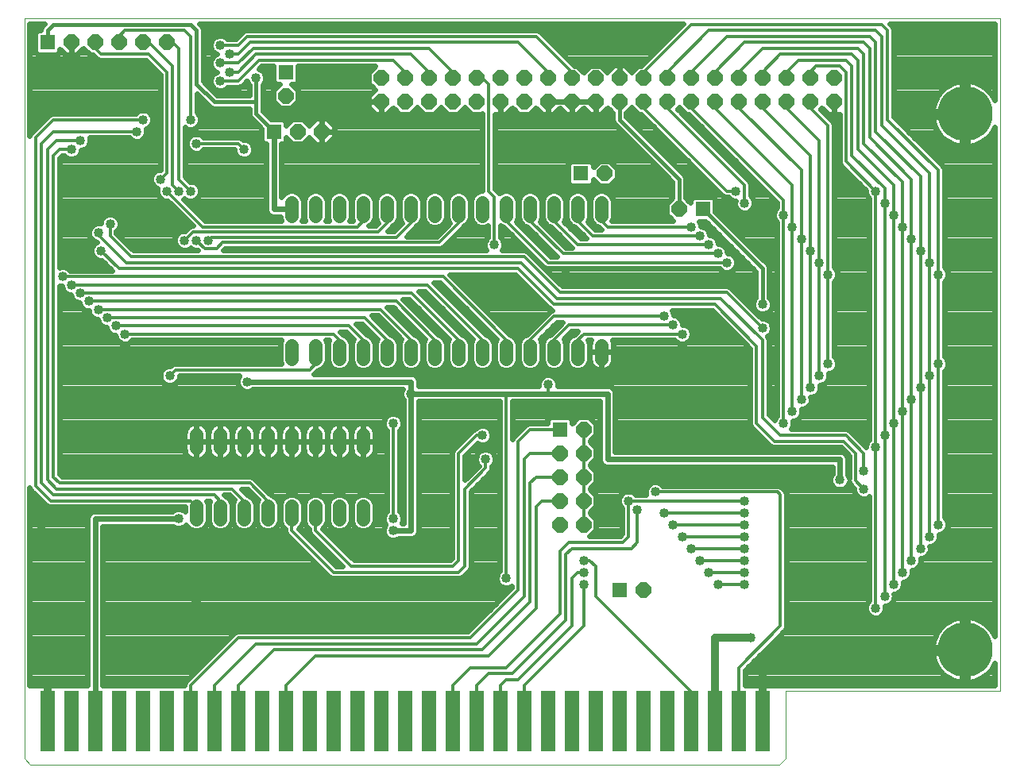
<source format=gbl>
G75*
G70*
%OFA0B0*%
%FSLAX24Y24*%
%IPPOS*%
%LPD*%
%AMOC8*
5,1,8,0,0,1.08239X$1,22.5*
%
%ADD10C,0.0000*%
%ADD11R,0.0600X0.2550*%
%ADD12C,0.0560*%
%ADD13OC8,0.0640*%
%ADD14R,0.0640X0.0640*%
%ADD15C,0.2300*%
%ADD16C,0.0320*%
%ADD17C,0.0400*%
%ADD18C,0.0240*%
%ADD19C,0.0120*%
%ADD20C,0.0160*%
D10*
X008092Y007958D02*
X039530Y007958D01*
X039780Y008208D01*
X039780Y011052D01*
X048775Y011052D01*
X048775Y039267D01*
X007842Y039267D01*
X007842Y008271D01*
X007842Y008208D01*
X008092Y007958D01*
D11*
X008811Y009771D03*
X009811Y009771D03*
X010811Y009771D03*
X011811Y009771D03*
X012811Y009771D03*
X013811Y009771D03*
X014811Y009771D03*
X015811Y009771D03*
X016811Y009771D03*
X017811Y009771D03*
X018811Y009771D03*
X019811Y009771D03*
X020811Y009771D03*
X021811Y009771D03*
X022811Y009771D03*
X023811Y009771D03*
X024811Y009771D03*
X025811Y009771D03*
X026811Y009771D03*
X027811Y009771D03*
X028811Y009771D03*
X029811Y009771D03*
X030811Y009771D03*
X031811Y009771D03*
X032811Y009771D03*
X033811Y009771D03*
X034811Y009771D03*
X035811Y009771D03*
X036811Y009771D03*
X037811Y009771D03*
X038811Y009771D03*
D12*
X022061Y018241D02*
X022061Y018801D01*
X021061Y018801D02*
X021061Y018241D01*
X020061Y018241D02*
X020061Y018801D01*
X019061Y018801D02*
X019061Y018241D01*
X018061Y018241D02*
X018061Y018801D01*
X017061Y018801D02*
X017061Y018241D01*
X016061Y018241D02*
X016061Y018801D01*
X015061Y018801D02*
X015061Y018241D01*
X015061Y021241D02*
X015061Y021801D01*
X016061Y021801D02*
X016061Y021241D01*
X017061Y021241D02*
X017061Y021801D01*
X018061Y021801D02*
X018061Y021241D01*
X019061Y021241D02*
X019061Y021801D01*
X020061Y021801D02*
X020061Y021241D01*
X021061Y021241D02*
X021061Y021801D01*
X022061Y021801D02*
X022061Y021241D01*
X022061Y024991D02*
X022061Y025551D01*
X021061Y025551D02*
X021061Y024991D01*
X020061Y024991D02*
X020061Y025551D01*
X019061Y025551D02*
X019061Y024991D01*
X023061Y024991D02*
X023061Y025551D01*
X024061Y025551D02*
X024061Y024991D01*
X025061Y024991D02*
X025061Y025551D01*
X026061Y025551D02*
X026061Y024991D01*
X027061Y024991D02*
X027061Y025551D01*
X028061Y025551D02*
X028061Y024991D01*
X029061Y024991D02*
X029061Y025551D01*
X030061Y025551D02*
X030061Y024991D01*
X031061Y024991D02*
X031061Y025551D01*
X032061Y025551D02*
X032061Y024991D01*
X032061Y030991D02*
X032061Y031551D01*
X031061Y031551D02*
X031061Y030991D01*
X030061Y030991D02*
X030061Y031551D01*
X029061Y031551D02*
X029061Y030991D01*
X028061Y030991D02*
X028061Y031551D01*
X027061Y031551D02*
X027061Y030991D01*
X026061Y030991D02*
X026061Y031551D01*
X025061Y031551D02*
X025061Y030991D01*
X024061Y030991D02*
X024061Y031551D01*
X023061Y031551D02*
X023061Y030991D01*
X022061Y030991D02*
X022061Y031551D01*
X021061Y031551D02*
X021061Y030991D01*
X020061Y030991D02*
X020061Y031551D01*
X019061Y031551D02*
X019061Y030991D01*
D13*
X019311Y034521D03*
X020311Y034521D03*
X018811Y036021D03*
X022811Y035771D03*
X023811Y035771D03*
X023811Y036771D03*
X022811Y036771D03*
X024811Y036771D03*
X025811Y036771D03*
X026811Y036771D03*
X027811Y036771D03*
X028811Y036771D03*
X029811Y036771D03*
X030811Y036771D03*
X031811Y036771D03*
X032811Y036771D03*
X033811Y036771D03*
X034811Y036771D03*
X035811Y036771D03*
X036811Y036771D03*
X037811Y036771D03*
X038811Y036771D03*
X039811Y036771D03*
X040811Y036771D03*
X041811Y036771D03*
X041811Y035771D03*
X040811Y035771D03*
X039811Y035771D03*
X038811Y035771D03*
X037811Y035771D03*
X036811Y035771D03*
X035811Y035771D03*
X034811Y035771D03*
X033811Y035771D03*
X032811Y035771D03*
X031811Y035771D03*
X030811Y035771D03*
X029811Y035771D03*
X028811Y035771D03*
X027811Y035771D03*
X026811Y035771D03*
X025811Y035771D03*
X024811Y035771D03*
X032186Y032771D03*
X035311Y031271D03*
X031311Y022021D03*
X031311Y021021D03*
X030311Y021021D03*
X030311Y020021D03*
X031311Y020021D03*
X031311Y019021D03*
X030311Y019021D03*
X030311Y018021D03*
X031311Y018021D03*
X033811Y015271D03*
X013811Y038271D03*
X012811Y038271D03*
X011811Y038271D03*
X010811Y038271D03*
X009811Y038271D03*
D14*
X008811Y038271D03*
X018811Y037021D03*
X018311Y034521D03*
X031186Y032771D03*
X036311Y031271D03*
X030311Y022021D03*
X032811Y015271D03*
D15*
X047311Y012771D03*
X047311Y035271D03*
D16*
X038311Y013271D02*
X036811Y013271D01*
X036811Y009771D01*
X038811Y009771D02*
X038811Y011771D01*
X008811Y011521D02*
X008811Y009771D01*
D17*
X008561Y012271D03*
X015061Y014771D03*
X014311Y018271D03*
X019811Y015021D03*
X023311Y017771D03*
X023311Y018271D03*
X027186Y020771D03*
X027061Y021771D03*
X024061Y023521D03*
X023311Y022271D03*
X017186Y024021D03*
X013936Y024271D03*
X012061Y026021D03*
X011686Y026364D03*
X011311Y026708D03*
X010936Y027052D03*
X010561Y027396D03*
X010186Y027739D03*
X009811Y028083D03*
X009436Y028427D03*
X011061Y029521D03*
X010967Y030271D03*
X011436Y030646D03*
X012936Y032021D03*
X013561Y032521D03*
X013811Y032021D03*
X014311Y032021D03*
X014811Y032021D03*
X016561Y031271D03*
X015561Y029958D03*
X015061Y029958D03*
X014561Y029958D03*
X016561Y033521D03*
X017061Y033771D03*
X015061Y034021D03*
X014811Y035021D03*
X013311Y034521D03*
X012811Y035021D03*
X012561Y034521D03*
X011311Y035771D03*
X010186Y034146D03*
X009811Y033771D03*
X016061Y036646D03*
X016436Y037021D03*
X016061Y037396D03*
X016436Y037771D03*
X016061Y038146D03*
X016061Y038771D03*
X017561Y036771D03*
X026061Y029771D03*
X027561Y029771D03*
X026811Y028271D03*
X030561Y028521D03*
X034686Y026771D03*
X035061Y026396D03*
X035436Y026021D03*
X038811Y026271D03*
X039249Y025896D03*
X038811Y027271D03*
X037311Y029021D03*
X036936Y029396D03*
X036561Y029771D03*
X036186Y030146D03*
X035811Y030521D03*
X037686Y032021D03*
X038061Y031521D03*
X039686Y031021D03*
X040061Y030521D03*
X040436Y030021D03*
X040811Y029521D03*
X041186Y029021D03*
X041561Y028521D03*
X044686Y030521D03*
X044311Y031021D03*
X043936Y031521D03*
X043561Y032021D03*
X041936Y032521D03*
X045061Y030021D03*
X045436Y029521D03*
X045811Y029021D03*
X046186Y028521D03*
X046592Y032021D03*
X037499Y033333D03*
X035655Y032896D03*
X041561Y024771D03*
X041186Y024271D03*
X040811Y023771D03*
X040436Y023271D03*
X040061Y022771D03*
X039686Y022271D03*
X038811Y020271D03*
X038061Y019021D03*
X038061Y018521D03*
X038061Y018021D03*
X038061Y017521D03*
X038061Y017021D03*
X038061Y016521D03*
X038061Y016021D03*
X038061Y015521D03*
X036936Y015521D03*
X036561Y016021D03*
X036186Y016521D03*
X035811Y017021D03*
X035436Y017521D03*
X035061Y018021D03*
X034686Y018521D03*
X034311Y019396D03*
X033186Y019021D03*
X033561Y018646D03*
X031311Y016521D03*
X031311Y016021D03*
X031311Y015521D03*
X028061Y015771D03*
X024311Y014521D03*
X029811Y023896D03*
X042061Y019896D03*
X043061Y020271D03*
X043061Y019521D03*
X043561Y021271D03*
X043936Y021771D03*
X044311Y022271D03*
X044686Y022771D03*
X045061Y023271D03*
X045436Y023771D03*
X045811Y024271D03*
X046186Y024771D03*
X046186Y018021D03*
X045811Y017521D03*
X045436Y017021D03*
X045061Y016521D03*
X044686Y016021D03*
X044311Y015521D03*
X043936Y015021D03*
X043561Y014521D03*
X040061Y014521D03*
X038311Y013271D03*
X040092Y012271D03*
X008561Y018021D03*
D18*
X008062Y018028D02*
X010491Y018028D01*
X010491Y018207D02*
X010491Y011271D01*
X008062Y011271D01*
X008062Y019567D01*
X008091Y019498D01*
X008164Y019425D01*
X008789Y018800D01*
X008884Y018761D01*
X008988Y018761D01*
X014581Y018761D01*
X014581Y018566D01*
X014538Y018610D01*
X014391Y018671D01*
X014231Y018671D01*
X014084Y018610D01*
X014065Y018591D01*
X010747Y018591D01*
X010630Y018542D01*
X010540Y018452D01*
X010491Y018334D01*
X010491Y018207D01*
X010491Y018267D02*
X008062Y018267D01*
X008062Y018505D02*
X010593Y018505D01*
X010811Y018271D02*
X014311Y018271D01*
X014631Y018025D02*
X014654Y017969D01*
X014789Y017834D01*
X014966Y017761D01*
X015156Y017761D01*
X015333Y017834D01*
X015468Y017969D01*
X015541Y018145D01*
X015541Y018896D01*
X015494Y019011D01*
X015629Y019011D01*
X015581Y018896D01*
X015581Y018145D01*
X015654Y017969D01*
X015789Y017834D01*
X015966Y017761D01*
X016156Y017761D01*
X016333Y017834D01*
X016468Y017969D01*
X016541Y018145D01*
X016541Y018896D01*
X016468Y019073D01*
X016333Y019208D01*
X016205Y019261D01*
X016453Y019261D01*
X016650Y019064D01*
X016581Y018896D01*
X016581Y018145D01*
X016654Y017969D01*
X016789Y017834D01*
X016966Y017761D01*
X017156Y017761D01*
X017333Y017834D01*
X017468Y017969D01*
X017541Y018145D01*
X017541Y018896D01*
X017468Y019073D01*
X017333Y019208D01*
X017177Y019272D01*
X016939Y019511D01*
X017203Y019511D01*
X017650Y019064D01*
X017581Y018896D01*
X017581Y018145D01*
X017654Y017969D01*
X017789Y017834D01*
X017966Y017761D01*
X018156Y017761D01*
X018333Y017834D01*
X018468Y017969D01*
X018541Y018145D01*
X018541Y018896D01*
X018468Y019073D01*
X018333Y019208D01*
X018177Y019272D01*
X017531Y019918D01*
X017458Y019991D01*
X017363Y020031D01*
X009419Y020031D01*
X009321Y020128D01*
X009321Y028042D01*
X009356Y028027D01*
X009411Y028027D01*
X009411Y028004D01*
X009472Y027857D01*
X009584Y027744D01*
X009731Y027683D01*
X009786Y027683D01*
X009786Y027660D01*
X009847Y027513D01*
X009959Y027400D01*
X010106Y027339D01*
X010161Y027339D01*
X010161Y027316D01*
X010222Y027169D01*
X010334Y027057D01*
X010481Y026996D01*
X010536Y026996D01*
X010536Y026972D01*
X010597Y026825D01*
X010709Y026713D01*
X010856Y026652D01*
X010911Y026652D01*
X010911Y026629D01*
X010972Y026482D01*
X011084Y026369D01*
X011231Y026308D01*
X011286Y026308D01*
X011286Y026285D01*
X011347Y026138D01*
X011459Y026025D01*
X011606Y025964D01*
X011661Y025964D01*
X011661Y025941D01*
X011722Y025794D01*
X011834Y025682D01*
X011981Y025621D01*
X012141Y025621D01*
X012288Y025682D01*
X012367Y025761D01*
X018629Y025761D01*
X018581Y025646D01*
X018581Y024895D01*
X018629Y024781D01*
X014238Y024781D01*
X014134Y024781D01*
X014039Y024741D01*
X013968Y024671D01*
X013856Y024671D01*
X013709Y024610D01*
X013597Y024497D01*
X013536Y024350D01*
X013536Y024191D01*
X013597Y024044D01*
X013709Y023932D01*
X013856Y023871D01*
X014016Y023871D01*
X014163Y023932D01*
X014275Y024044D01*
X014336Y024191D01*
X014336Y024261D01*
X016860Y024261D01*
X016847Y024247D01*
X016786Y024100D01*
X016786Y023941D01*
X016847Y023794D01*
X016959Y023682D01*
X017106Y023621D01*
X017266Y023621D01*
X017413Y023682D01*
X017432Y023701D01*
X023703Y023701D01*
X023661Y023600D01*
X023661Y023441D01*
X023722Y023294D01*
X023741Y023275D01*
X023741Y018091D01*
X023669Y018091D01*
X023711Y018191D01*
X023711Y018350D01*
X023650Y018497D01*
X023571Y018576D01*
X023571Y021965D01*
X023650Y022044D01*
X023711Y022191D01*
X023711Y022350D01*
X023650Y022497D01*
X023538Y022610D01*
X023391Y022671D01*
X023231Y022671D01*
X023084Y022610D01*
X022972Y022497D01*
X022911Y022350D01*
X022911Y022191D01*
X022972Y022044D01*
X023051Y021965D01*
X023051Y018576D01*
X022972Y018497D01*
X022911Y018350D01*
X022911Y018191D01*
X022972Y018044D01*
X022995Y018021D01*
X022972Y017997D01*
X022911Y017850D01*
X022911Y017691D01*
X022972Y017544D01*
X023084Y017432D01*
X023231Y017371D01*
X023391Y017371D01*
X023538Y017432D01*
X023557Y017451D01*
X023997Y017451D01*
X024125Y017451D01*
X024242Y017499D01*
X024332Y017589D01*
X024381Y017707D01*
X024381Y023201D01*
X027801Y023201D01*
X027801Y016076D01*
X027722Y015997D01*
X027661Y015850D01*
X027661Y015691D01*
X027722Y015544D01*
X027834Y015432D01*
X027981Y015371D01*
X028141Y015371D01*
X028288Y015432D01*
X028301Y015445D01*
X028301Y015378D01*
X026453Y013531D01*
X016863Y013531D01*
X016759Y013531D01*
X016664Y013491D01*
X014664Y011491D01*
X014591Y011418D01*
X014551Y011322D01*
X014551Y011271D01*
X011131Y011271D01*
X011131Y017951D01*
X014065Y017951D01*
X014084Y017932D01*
X014231Y017871D01*
X014391Y017871D01*
X014538Y017932D01*
X014631Y018025D01*
X014896Y017790D02*
X011131Y017790D01*
X011131Y017551D02*
X018913Y017551D01*
X018914Y017550D02*
X020664Y015800D01*
X020759Y015761D01*
X020863Y015761D01*
X026113Y015761D01*
X026208Y015800D01*
X026281Y015873D01*
X026531Y016123D01*
X026571Y016219D01*
X026571Y016322D01*
X026571Y019413D01*
X027406Y020248D01*
X027446Y020344D01*
X027446Y020447D01*
X027446Y020465D01*
X027525Y020544D01*
X027586Y020691D01*
X027586Y020850D01*
X027525Y020997D01*
X027413Y021110D01*
X027266Y021171D01*
X027106Y021171D01*
X026959Y021110D01*
X026847Y020997D01*
X026786Y020850D01*
X026786Y020691D01*
X026847Y020544D01*
X026907Y020484D01*
X026321Y019898D01*
X026321Y020913D01*
X026838Y021430D01*
X026981Y021371D01*
X027141Y021371D01*
X027288Y021432D01*
X027400Y021544D01*
X027461Y021691D01*
X027461Y021850D01*
X027400Y021997D01*
X027288Y022110D01*
X027141Y022171D01*
X026981Y022171D01*
X026834Y022110D01*
X026753Y022028D01*
X026664Y021991D01*
X025914Y021241D01*
X025841Y021168D01*
X025801Y021072D01*
X025801Y016628D01*
X025703Y016531D01*
X021669Y016531D01*
X020349Y017850D01*
X020468Y017969D01*
X020541Y018145D01*
X020541Y018896D01*
X020468Y019073D01*
X020333Y019208D01*
X020156Y019281D01*
X019966Y019281D01*
X019789Y019208D01*
X019654Y019073D01*
X019581Y018896D01*
X019581Y018145D01*
X019654Y017969D01*
X019789Y017834D01*
X019801Y017829D01*
X019801Y017719D01*
X019841Y017623D01*
X019914Y017550D01*
X021183Y016281D01*
X020919Y016281D01*
X019349Y017850D01*
X019468Y017969D01*
X019541Y018145D01*
X019541Y018896D01*
X019468Y019073D01*
X019333Y019208D01*
X019156Y019281D01*
X018966Y019281D01*
X018789Y019208D01*
X018654Y019073D01*
X018581Y018896D01*
X018581Y018145D01*
X018654Y017969D01*
X018789Y017834D01*
X018801Y017829D01*
X018801Y017719D01*
X018841Y017623D01*
X018914Y017550D01*
X018801Y017790D02*
X018226Y017790D01*
X017896Y017790D02*
X017226Y017790D01*
X016896Y017790D02*
X016226Y017790D01*
X015896Y017790D02*
X015226Y017790D01*
X015492Y018028D02*
X015630Y018028D01*
X015581Y018267D02*
X015541Y018267D01*
X015541Y018505D02*
X015581Y018505D01*
X015581Y018744D02*
X015541Y018744D01*
X015505Y018982D02*
X015617Y018982D01*
X016301Y019221D02*
X016493Y019221D01*
X016505Y018982D02*
X016617Y018982D01*
X016581Y018744D02*
X016541Y018744D01*
X016541Y018505D02*
X016581Y018505D01*
X016581Y018267D02*
X016541Y018267D01*
X016492Y018028D02*
X016630Y018028D01*
X017492Y018028D02*
X017630Y018028D01*
X017581Y018267D02*
X017541Y018267D01*
X017541Y018505D02*
X017581Y018505D01*
X017581Y018744D02*
X017541Y018744D01*
X017505Y018982D02*
X017617Y018982D01*
X017493Y019221D02*
X017301Y019221D01*
X017255Y019459D02*
X016990Y019459D01*
X017513Y019936D02*
X023051Y019936D01*
X023051Y019698D02*
X017751Y019698D01*
X017990Y019459D02*
X023051Y019459D01*
X023051Y019221D02*
X022301Y019221D01*
X022333Y019208D02*
X022156Y019281D01*
X021966Y019281D01*
X021789Y019208D01*
X021654Y019073D01*
X021581Y018896D01*
X021581Y018145D01*
X021654Y017969D01*
X021789Y017834D01*
X021966Y017761D01*
X022156Y017761D01*
X022333Y017834D01*
X022468Y017969D01*
X022541Y018145D01*
X022541Y018896D01*
X022468Y019073D01*
X022333Y019208D01*
X022505Y018982D02*
X023051Y018982D01*
X023051Y018744D02*
X022541Y018744D01*
X022541Y018505D02*
X022980Y018505D01*
X022911Y018267D02*
X022541Y018267D01*
X022492Y018028D02*
X022988Y018028D01*
X022911Y017790D02*
X022226Y017790D01*
X021896Y017790D02*
X021226Y017790D01*
X021156Y017761D02*
X021333Y017834D01*
X021468Y017969D01*
X021541Y018145D01*
X021541Y018896D01*
X021468Y019073D01*
X021333Y019208D01*
X021156Y019281D01*
X020966Y019281D01*
X020789Y019208D01*
X020654Y019073D01*
X020581Y018896D01*
X020581Y018145D01*
X020654Y017969D01*
X020789Y017834D01*
X020966Y017761D01*
X021156Y017761D01*
X020896Y017790D02*
X020410Y017790D01*
X020492Y018028D02*
X020630Y018028D01*
X020581Y018267D02*
X020541Y018267D01*
X020541Y018505D02*
X020581Y018505D01*
X020581Y018744D02*
X020541Y018744D01*
X020505Y018982D02*
X020617Y018982D01*
X020821Y019221D02*
X020301Y019221D01*
X019821Y019221D02*
X019301Y019221D01*
X019505Y018982D02*
X019617Y018982D01*
X019581Y018744D02*
X019541Y018744D01*
X019541Y018505D02*
X019581Y018505D01*
X019581Y018267D02*
X019541Y018267D01*
X019492Y018028D02*
X019630Y018028D01*
X019801Y017790D02*
X019410Y017790D01*
X019648Y017551D02*
X019913Y017551D01*
X019887Y017312D02*
X020152Y017312D01*
X020125Y017074D02*
X020390Y017074D01*
X020364Y016835D02*
X020629Y016835D01*
X020603Y016597D02*
X020867Y016597D01*
X020841Y016358D02*
X021106Y016358D01*
X021364Y016835D02*
X025801Y016835D01*
X025801Y017074D02*
X021125Y017074D01*
X020887Y017312D02*
X025801Y017312D01*
X025801Y017551D02*
X024294Y017551D01*
X024381Y017790D02*
X025801Y017790D01*
X025801Y018028D02*
X024381Y018028D01*
X024381Y018267D02*
X025801Y018267D01*
X025801Y018505D02*
X024381Y018505D01*
X024381Y018744D02*
X025801Y018744D01*
X025801Y018982D02*
X024381Y018982D01*
X024381Y019221D02*
X025801Y019221D01*
X025801Y019459D02*
X024381Y019459D01*
X024381Y019698D02*
X025801Y019698D01*
X025801Y019936D02*
X024381Y019936D01*
X024381Y020175D02*
X025801Y020175D01*
X025801Y020414D02*
X024381Y020414D01*
X024381Y020652D02*
X025801Y020652D01*
X025801Y020891D02*
X024381Y020891D01*
X024381Y021129D02*
X025825Y021129D01*
X026040Y021368D02*
X024381Y021368D01*
X024381Y021606D02*
X026279Y021606D01*
X026517Y021845D02*
X024381Y021845D01*
X024381Y022083D02*
X026808Y022083D01*
X027314Y022083D02*
X027801Y022083D01*
X027801Y021845D02*
X027461Y021845D01*
X027426Y021606D02*
X027801Y021606D01*
X027801Y021368D02*
X026776Y021368D01*
X027006Y021129D02*
X026537Y021129D01*
X026321Y020891D02*
X026803Y020891D01*
X026802Y020652D02*
X026321Y020652D01*
X026321Y020414D02*
X026836Y020414D01*
X026598Y020175D02*
X026321Y020175D01*
X026321Y019936D02*
X026359Y019936D01*
X026617Y019459D02*
X027801Y019459D01*
X027801Y019221D02*
X026571Y019221D01*
X026571Y018982D02*
X027801Y018982D01*
X027801Y018744D02*
X026571Y018744D01*
X026571Y018505D02*
X027801Y018505D01*
X027801Y018267D02*
X026571Y018267D01*
X026571Y018028D02*
X027801Y018028D01*
X027801Y017790D02*
X026571Y017790D01*
X026571Y017551D02*
X027801Y017551D01*
X027801Y017312D02*
X026571Y017312D01*
X026571Y017074D02*
X027801Y017074D01*
X027801Y016835D02*
X026571Y016835D01*
X026571Y016597D02*
X027801Y016597D01*
X027801Y016358D02*
X026571Y016358D01*
X026528Y016120D02*
X027801Y016120D01*
X027674Y015881D02*
X026289Y015881D01*
X025769Y016597D02*
X021603Y016597D01*
X020583Y015881D02*
X011131Y015881D01*
X011131Y015643D02*
X027681Y015643D01*
X027901Y015404D02*
X011131Y015404D01*
X011131Y015166D02*
X028088Y015166D01*
X028221Y015404D02*
X028301Y015404D01*
X027850Y014927D02*
X011131Y014927D01*
X011131Y014688D02*
X027611Y014688D01*
X027373Y014450D02*
X011131Y014450D01*
X011131Y014211D02*
X027134Y014211D01*
X026895Y013973D02*
X011131Y013973D01*
X011131Y013734D02*
X026657Y013734D01*
X024061Y017771D02*
X023311Y017771D01*
X022969Y017551D02*
X020648Y017551D01*
X021492Y018028D02*
X021630Y018028D01*
X021581Y018267D02*
X021541Y018267D01*
X021541Y018505D02*
X021581Y018505D01*
X021581Y018744D02*
X021541Y018744D01*
X021505Y018982D02*
X021617Y018982D01*
X021821Y019221D02*
X021301Y019221D01*
X023051Y020175D02*
X009321Y020175D01*
X009321Y020414D02*
X023051Y020414D01*
X023051Y020652D02*
X009321Y020652D01*
X009321Y020891D02*
X014704Y020891D01*
X014680Y020915D02*
X014735Y020859D01*
X014799Y020813D01*
X014869Y020777D01*
X014944Y020753D01*
X015022Y020741D01*
X015061Y020741D01*
X015100Y020741D01*
X015178Y020753D01*
X015253Y020777D01*
X015323Y020813D01*
X015387Y020859D01*
X015442Y020915D01*
X015489Y020979D01*
X015524Y021049D01*
X015549Y021124D01*
X015561Y021201D01*
X015561Y021520D01*
X015061Y021520D01*
X015061Y020741D01*
X015061Y021520D01*
X015061Y021520D01*
X014561Y021520D01*
X014561Y021201D01*
X014573Y021124D01*
X014598Y021049D01*
X014633Y020979D01*
X014680Y020915D01*
X014572Y021129D02*
X009321Y021129D01*
X009321Y021368D02*
X014561Y021368D01*
X014561Y021521D02*
X015061Y021521D01*
X015061Y022301D01*
X015022Y022301D01*
X014944Y022288D01*
X014869Y022264D01*
X014799Y022228D01*
X014735Y022182D01*
X014680Y022126D01*
X014633Y022063D01*
X014598Y021993D01*
X014573Y021918D01*
X014561Y021840D01*
X014561Y021521D01*
X014561Y021606D02*
X009321Y021606D01*
X009321Y021845D02*
X014562Y021845D01*
X014648Y022083D02*
X009321Y022083D01*
X009321Y022322D02*
X022911Y022322D01*
X022956Y022083D02*
X022474Y022083D01*
X022489Y022063D02*
X022442Y022126D01*
X022387Y022182D01*
X022323Y022228D01*
X022253Y022264D01*
X022178Y022288D01*
X022100Y022301D01*
X022061Y022301D01*
X022022Y022301D01*
X021944Y022288D01*
X021869Y022264D01*
X021799Y022228D01*
X021735Y022182D01*
X021680Y022126D01*
X021633Y022063D01*
X021598Y021993D01*
X021573Y021918D01*
X021561Y021840D01*
X021549Y021918D01*
X021524Y021993D01*
X021489Y022063D01*
X021442Y022126D01*
X021387Y022182D01*
X021323Y022228D01*
X021253Y022264D01*
X021178Y022288D01*
X021100Y022301D01*
X021061Y022301D01*
X021022Y022301D01*
X020944Y022288D01*
X020869Y022264D01*
X020799Y022228D01*
X020735Y022182D01*
X020680Y022126D01*
X020633Y022063D01*
X020598Y021993D01*
X020573Y021918D01*
X020561Y021840D01*
X020561Y021521D01*
X021061Y021521D01*
X021061Y022301D01*
X021061Y021521D01*
X021061Y021521D01*
X021061Y021520D01*
X021061Y020741D01*
X021100Y020741D01*
X021178Y020753D01*
X021253Y020777D01*
X021323Y020813D01*
X021387Y020859D01*
X021442Y020915D01*
X021489Y020979D01*
X021524Y021049D01*
X021549Y021124D01*
X021561Y021201D01*
X021561Y021520D01*
X021061Y021520D01*
X021061Y021520D01*
X021061Y020741D01*
X021022Y020741D01*
X020944Y020753D01*
X020869Y020777D01*
X020799Y020813D01*
X020735Y020859D01*
X020680Y020915D01*
X020633Y020979D01*
X020598Y021049D01*
X020573Y021124D01*
X020561Y021201D01*
X020561Y021520D01*
X021061Y021520D01*
X021061Y021521D01*
X021561Y021521D01*
X021561Y021840D01*
X021561Y021521D01*
X022061Y021521D01*
X022061Y022301D01*
X022061Y021521D01*
X022061Y021521D01*
X022061Y021520D01*
X022061Y020741D01*
X022100Y020741D01*
X022178Y020753D01*
X022253Y020777D01*
X022323Y020813D01*
X022387Y020859D01*
X022442Y020915D01*
X022489Y020979D01*
X022524Y021049D01*
X022549Y021124D01*
X022561Y021201D01*
X022561Y021520D01*
X022061Y021520D01*
X022061Y021520D01*
X022061Y020741D01*
X022022Y020741D01*
X021944Y020753D01*
X021869Y020777D01*
X021799Y020813D01*
X021735Y020859D01*
X021680Y020915D01*
X021633Y020979D01*
X021598Y021049D01*
X021573Y021124D01*
X021561Y021201D01*
X021561Y021520D01*
X022061Y021520D01*
X022061Y021521D01*
X022561Y021521D01*
X022561Y021840D01*
X022549Y021918D01*
X022524Y021993D01*
X022489Y022063D01*
X022560Y021845D02*
X023051Y021845D01*
X023051Y021606D02*
X022561Y021606D01*
X022561Y021368D02*
X023051Y021368D01*
X023051Y021129D02*
X022550Y021129D01*
X022418Y020891D02*
X023051Y020891D01*
X023571Y020891D02*
X023741Y020891D01*
X023741Y021129D02*
X023571Y021129D01*
X023571Y021368D02*
X023741Y021368D01*
X023741Y021606D02*
X023571Y021606D01*
X023571Y021845D02*
X023741Y021845D01*
X023741Y022083D02*
X023666Y022083D01*
X023711Y022322D02*
X023741Y022322D01*
X023741Y022560D02*
X023587Y022560D01*
X023741Y022799D02*
X009321Y022799D01*
X009321Y023037D02*
X023741Y023037D01*
X023740Y023276D02*
X009321Y023276D01*
X009321Y023515D02*
X023661Y023515D01*
X024061Y023521D02*
X024061Y024021D01*
X017186Y024021D01*
X016888Y023753D02*
X009321Y023753D01*
X009321Y023992D02*
X013649Y023992D01*
X013536Y024230D02*
X009321Y024230D01*
X009321Y024469D02*
X013585Y024469D01*
X014005Y024707D02*
X009321Y024707D01*
X009321Y024946D02*
X018581Y024946D01*
X018581Y025184D02*
X009321Y025184D01*
X009321Y025423D02*
X018581Y025423D01*
X018587Y025661D02*
X012239Y025661D01*
X011883Y025661D02*
X009321Y025661D01*
X009321Y025900D02*
X011678Y025900D01*
X011347Y026139D02*
X009321Y026139D01*
X009321Y026377D02*
X011076Y026377D01*
X010916Y026616D02*
X009321Y026616D01*
X009321Y026854D02*
X010585Y026854D01*
X010298Y027093D02*
X009321Y027093D01*
X009321Y027331D02*
X010161Y027331D01*
X009823Y027570D02*
X009321Y027570D01*
X009321Y027808D02*
X009520Y027808D01*
X009742Y028687D02*
X009663Y028766D01*
X009516Y028827D01*
X009356Y028827D01*
X009321Y028812D01*
X009321Y033413D01*
X009419Y033511D01*
X009505Y033511D01*
X009584Y033432D01*
X009731Y033371D01*
X009891Y033371D01*
X010038Y033432D01*
X010150Y033544D01*
X010211Y033691D01*
X010211Y033746D01*
X010266Y033746D01*
X010413Y033807D01*
X010525Y033919D01*
X010586Y034066D01*
X010586Y034225D01*
X010571Y034261D01*
X012255Y034261D01*
X012334Y034182D01*
X012481Y034121D01*
X012641Y034121D01*
X012788Y034182D01*
X012900Y034294D01*
X012961Y034441D01*
X012961Y034600D01*
X012943Y034643D01*
X013038Y034682D01*
X013150Y034794D01*
X013211Y034941D01*
X013211Y035100D01*
X013150Y035247D01*
X013038Y035360D01*
X012891Y035421D01*
X012731Y035421D01*
X012584Y035360D01*
X012505Y035281D01*
X009113Y035281D01*
X009009Y035281D01*
X008914Y035241D01*
X008091Y034418D01*
X008062Y034349D01*
X008062Y039047D01*
X008691Y039047D01*
X008574Y038929D01*
X008531Y038826D01*
X008531Y038791D01*
X008408Y038791D01*
X008291Y038674D01*
X008291Y037868D01*
X008408Y037751D01*
X009214Y037751D01*
X009331Y037868D01*
X009331Y037987D01*
X009587Y037731D01*
X009811Y037731D01*
X010035Y037731D01*
X010325Y038021D01*
X010596Y037751D01*
X010713Y037751D01*
X010841Y037623D01*
X010914Y037550D01*
X011009Y037511D01*
X012953Y037511D01*
X013551Y036913D01*
X013551Y032921D01*
X013481Y032921D01*
X013334Y032860D01*
X013222Y032747D01*
X013161Y032600D01*
X013161Y032441D01*
X013222Y032294D01*
X013334Y032182D01*
X013429Y032143D01*
X013411Y032100D01*
X013411Y031941D01*
X013472Y031794D01*
X013584Y031682D01*
X013731Y031621D01*
X013843Y031621D01*
X014902Y030562D01*
X014853Y030562D01*
X014757Y030522D01*
X014593Y030358D01*
X014481Y030358D01*
X014334Y030297D01*
X014222Y030185D01*
X014161Y030038D01*
X014161Y029879D01*
X014222Y029732D01*
X014334Y029619D01*
X014481Y029558D01*
X014641Y029558D01*
X014788Y029619D01*
X014811Y029643D01*
X014834Y029619D01*
X014981Y029558D01*
X015093Y029558D01*
X015121Y029531D01*
X012419Y029531D01*
X011696Y030253D01*
X011696Y030340D01*
X011775Y030419D01*
X011836Y030566D01*
X011836Y030725D01*
X011775Y030872D01*
X011663Y030985D01*
X011516Y031046D01*
X011356Y031046D01*
X011209Y030985D01*
X011097Y030872D01*
X011036Y030725D01*
X011036Y030671D01*
X009321Y030671D01*
X009321Y030909D02*
X011134Y030909D01*
X011036Y030671D02*
X010888Y030671D01*
X010741Y030610D01*
X010628Y030497D01*
X010567Y030350D01*
X010567Y030191D01*
X010628Y030044D01*
X010741Y029932D01*
X010874Y029876D01*
X010834Y029860D01*
X010722Y029747D01*
X010661Y029600D01*
X010661Y029441D01*
X010722Y029294D01*
X010834Y029182D01*
X010981Y029121D01*
X011093Y029121D01*
X011527Y028687D01*
X009742Y028687D01*
X009666Y028763D02*
X011451Y028763D01*
X011213Y029001D02*
X009321Y029001D01*
X009321Y029240D02*
X010776Y029240D01*
X010661Y029478D02*
X009321Y029478D01*
X009321Y029717D02*
X010709Y029717D01*
X010717Y029955D02*
X009321Y029955D01*
X009321Y030194D02*
X010567Y030194D01*
X010601Y030432D02*
X009321Y030432D01*
X009321Y031148D02*
X014316Y031148D01*
X014078Y031386D02*
X009321Y031386D01*
X009321Y031625D02*
X013721Y031625D01*
X013443Y031864D02*
X009321Y031864D01*
X009321Y032102D02*
X013412Y032102D01*
X013203Y032341D02*
X009321Y032341D01*
X009321Y032579D02*
X013161Y032579D01*
X013292Y032818D02*
X009321Y032818D01*
X009321Y033056D02*
X013551Y033056D01*
X013551Y033295D02*
X009321Y033295D01*
X010139Y033533D02*
X013551Y033533D01*
X013551Y033772D02*
X010329Y033772D01*
X010563Y034010D02*
X013551Y034010D01*
X013551Y034249D02*
X012855Y034249D01*
X012961Y034488D02*
X013551Y034488D01*
X013551Y034726D02*
X013082Y034726D01*
X013211Y034965D02*
X013551Y034965D01*
X013551Y035203D02*
X013168Y035203D01*
X013551Y035442D02*
X008062Y035442D01*
X008062Y035680D02*
X013551Y035680D01*
X013551Y035919D02*
X008062Y035919D01*
X008062Y036157D02*
X013551Y036157D01*
X013551Y036396D02*
X008062Y036396D01*
X008062Y036634D02*
X013551Y036634D01*
X013551Y036873D02*
X008062Y036873D01*
X008062Y037112D02*
X013353Y037112D01*
X013114Y037350D02*
X008062Y037350D01*
X008062Y037589D02*
X010875Y037589D01*
X010519Y037827D02*
X010131Y037827D01*
X009811Y037827D02*
X009811Y037827D01*
X009811Y037731D02*
X009811Y038270D01*
X009811Y038270D01*
X009811Y037731D01*
X009491Y037827D02*
X009290Y037827D01*
X009811Y038066D02*
X009811Y038066D01*
X008664Y039020D02*
X008062Y039020D01*
X008062Y038781D02*
X008399Y038781D01*
X008291Y038543D02*
X008062Y038543D01*
X008062Y038304D02*
X008291Y038304D01*
X008291Y038066D02*
X008062Y038066D01*
X008062Y037827D02*
X008332Y037827D01*
X008062Y035203D02*
X008876Y035203D01*
X008637Y034965D02*
X008062Y034965D01*
X008062Y034726D02*
X008399Y034726D01*
X008160Y034488D02*
X008062Y034488D01*
X010576Y034249D02*
X012267Y034249D01*
X014571Y034249D02*
X014724Y034249D01*
X014722Y034247D02*
X014661Y034100D01*
X014661Y033941D01*
X014722Y033794D01*
X014834Y033682D01*
X014981Y033621D01*
X015141Y033621D01*
X015288Y033682D01*
X015367Y033761D01*
X016661Y033761D01*
X016661Y033691D01*
X016722Y033544D01*
X016834Y033432D01*
X016981Y033371D01*
X017141Y033371D01*
X017288Y033432D01*
X017400Y033544D01*
X017461Y033691D01*
X017461Y033850D01*
X017400Y033997D01*
X017288Y034110D01*
X017141Y034171D01*
X017029Y034171D01*
X016958Y034241D01*
X016863Y034281D01*
X016759Y034281D01*
X015367Y034281D01*
X015288Y034360D01*
X015141Y034421D01*
X014981Y034421D01*
X014834Y034360D01*
X014722Y034247D01*
X014661Y034010D02*
X014571Y034010D01*
X014571Y033772D02*
X014744Y033772D01*
X014571Y033533D02*
X016733Y033533D01*
X017389Y033533D02*
X017991Y033533D01*
X017991Y033295D02*
X014571Y033295D01*
X014571Y033056D02*
X017991Y033056D01*
X017991Y032818D02*
X014571Y032818D01*
X014571Y032628D02*
X014571Y034695D01*
X014584Y034682D01*
X014731Y034621D01*
X014891Y034621D01*
X015038Y034682D01*
X015150Y034794D01*
X015211Y034941D01*
X015211Y035100D01*
X015150Y035247D01*
X015071Y035326D01*
X015071Y036115D01*
X015574Y035612D01*
X015652Y035533D01*
X015755Y035491D01*
X017281Y035491D01*
X017281Y035215D01*
X017324Y035112D01*
X017402Y035033D01*
X017791Y034645D01*
X017791Y034118D01*
X017908Y034001D01*
X017991Y034001D01*
X017991Y031207D01*
X018040Y031089D01*
X018130Y030999D01*
X018247Y030951D01*
X018375Y030951D01*
X018581Y030951D01*
X018581Y030895D01*
X018629Y030781D01*
X015419Y030781D01*
X014524Y031676D01*
X014538Y031682D01*
X014561Y031705D01*
X014584Y031682D01*
X014731Y031621D01*
X014891Y031621D01*
X015038Y031682D01*
X015150Y031794D01*
X015211Y031941D01*
X015211Y032100D01*
X015150Y032247D01*
X015038Y032360D01*
X014891Y032421D01*
X014779Y032421D01*
X014571Y032628D01*
X014620Y032579D02*
X017991Y032579D01*
X017991Y032341D02*
X015057Y032341D01*
X015210Y032102D02*
X017991Y032102D01*
X017991Y031864D02*
X015179Y031864D01*
X014901Y031625D02*
X017991Y031625D01*
X017991Y031386D02*
X014813Y031386D01*
X014721Y031625D02*
X014574Y031625D01*
X015051Y031148D02*
X018015Y031148D01*
X018311Y031271D02*
X018311Y034521D01*
X017791Y034488D02*
X014571Y034488D01*
X015082Y034726D02*
X017710Y034726D01*
X017471Y034965D02*
X015211Y034965D01*
X015168Y035203D02*
X017286Y035203D01*
X017281Y035442D02*
X015071Y035442D01*
X015071Y035680D02*
X015505Y035680D01*
X015267Y035919D02*
X015071Y035919D01*
X015582Y036396D02*
X015745Y036396D01*
X015722Y036419D02*
X015834Y036307D01*
X015981Y036246D01*
X016141Y036246D01*
X016288Y036307D01*
X016367Y036386D01*
X016759Y036386D01*
X016863Y036386D01*
X016958Y036425D01*
X017179Y036647D01*
X017222Y036544D01*
X017281Y036485D01*
X017281Y036051D01*
X015927Y036051D01*
X015341Y036637D01*
X015341Y038826D01*
X015298Y038929D01*
X015220Y039008D01*
X015181Y039047D01*
X035469Y039047D01*
X033713Y037291D01*
X033596Y037291D01*
X033325Y037020D01*
X033035Y037311D01*
X032811Y037311D01*
X032587Y037311D01*
X032297Y037020D01*
X032026Y037291D01*
X031596Y037291D01*
X031311Y037006D01*
X031026Y037291D01*
X030909Y037291D01*
X029531Y038668D01*
X029458Y038741D01*
X029363Y038781D01*
X017134Y038781D01*
X017039Y038741D01*
X016966Y038668D01*
X016703Y038406D01*
X016367Y038406D01*
X016288Y038485D01*
X016141Y038546D01*
X015981Y038546D01*
X015834Y038485D01*
X015722Y038372D01*
X015661Y038225D01*
X015661Y038066D01*
X015722Y037919D01*
X015834Y037807D01*
X015921Y037771D01*
X015834Y037735D01*
X015722Y037622D01*
X015661Y037475D01*
X015661Y037316D01*
X015722Y037169D01*
X015834Y037057D01*
X015921Y037021D01*
X015834Y036985D01*
X015722Y036872D01*
X015661Y036725D01*
X015661Y036566D01*
X015722Y036419D01*
X015661Y036634D02*
X015343Y036634D01*
X015341Y036873D02*
X015723Y036873D01*
X015779Y037112D02*
X015341Y037112D01*
X015341Y037350D02*
X015661Y037350D01*
X015708Y037589D02*
X015341Y037589D01*
X015341Y037827D02*
X015814Y037827D01*
X015661Y038066D02*
X015341Y038066D01*
X015341Y038304D02*
X015694Y038304D01*
X015974Y038543D02*
X015341Y038543D01*
X015341Y038781D02*
X035204Y038781D01*
X034965Y038543D02*
X029657Y038543D01*
X029895Y038304D02*
X034727Y038304D01*
X034488Y038066D02*
X030134Y038066D01*
X030372Y037827D02*
X034250Y037827D01*
X034011Y037589D02*
X030611Y037589D01*
X030849Y037350D02*
X033773Y037350D01*
X033417Y037112D02*
X033234Y037112D01*
X032811Y037112D02*
X032811Y037112D01*
X032811Y037311D02*
X032811Y036771D01*
X032811Y036771D01*
X032811Y037311D01*
X032811Y036873D02*
X032811Y036873D01*
X032388Y037112D02*
X032206Y037112D01*
X031417Y037112D02*
X031206Y037112D01*
X031351Y035771D02*
X030811Y035771D01*
X030811Y035770D01*
X030811Y035231D01*
X031035Y035231D01*
X031311Y035507D01*
X031587Y035231D01*
X031811Y035231D01*
X032035Y035231D01*
X032325Y035521D01*
X032531Y035315D01*
X032531Y035076D01*
X032531Y034965D01*
X032574Y034862D01*
X035031Y032405D01*
X035031Y031726D01*
X034791Y031486D01*
X034791Y031055D01*
X035066Y030781D01*
X032494Y030781D01*
X032541Y030895D01*
X032541Y031646D01*
X032468Y031823D01*
X032333Y031958D01*
X032156Y032031D01*
X031966Y032031D01*
X031789Y031958D01*
X031654Y031823D01*
X031581Y031646D01*
X031581Y030895D01*
X031654Y030719D01*
X031789Y030584D01*
X031945Y030519D01*
X032058Y030406D01*
X031794Y030406D01*
X031472Y030728D01*
X031541Y030895D01*
X031541Y031646D01*
X031468Y031823D01*
X031333Y031958D01*
X031156Y032031D01*
X030966Y032031D01*
X030789Y031958D01*
X030654Y031823D01*
X030581Y031646D01*
X030581Y030895D01*
X030654Y030719D01*
X030789Y030584D01*
X030945Y030519D01*
X031433Y030031D01*
X031169Y030031D01*
X030472Y030728D01*
X030541Y030895D01*
X030541Y031646D01*
X030468Y031823D01*
X030333Y031958D01*
X030156Y032031D01*
X029966Y032031D01*
X029789Y031958D01*
X029654Y031823D01*
X029581Y031646D01*
X029581Y030895D01*
X029654Y030719D01*
X029789Y030584D01*
X029945Y030519D01*
X030808Y029656D01*
X030544Y029656D01*
X029472Y030728D01*
X029541Y030895D01*
X029541Y031646D01*
X029468Y031823D01*
X029333Y031958D01*
X029156Y032031D01*
X028966Y032031D01*
X028789Y031958D01*
X028654Y031823D01*
X028581Y031646D01*
X028581Y030895D01*
X028654Y030719D01*
X028789Y030584D01*
X028945Y030519D01*
X030183Y029281D01*
X029919Y029281D01*
X028472Y030728D01*
X028541Y030895D01*
X028541Y031646D01*
X028468Y031823D01*
X028333Y031958D01*
X028156Y032031D01*
X027966Y032031D01*
X027789Y031958D01*
X027765Y031934D01*
X027708Y031991D01*
X027571Y032128D01*
X027571Y035247D01*
X027587Y035231D01*
X027811Y035231D01*
X028035Y035231D01*
X028325Y035521D01*
X028596Y035251D01*
X029026Y035251D01*
X029297Y035521D01*
X029587Y035231D01*
X029811Y035231D01*
X030035Y035231D01*
X030311Y035507D01*
X030587Y035231D01*
X030811Y035231D01*
X030811Y035770D01*
X030811Y035770D01*
X030351Y035770D01*
X029811Y035770D01*
X029811Y035231D01*
X029811Y035770D01*
X029811Y035770D01*
X029811Y035771D01*
X030351Y035771D01*
X030811Y035771D01*
X030811Y035770D01*
X031351Y035770D01*
X031811Y035770D01*
X031811Y035231D01*
X031811Y035770D01*
X031811Y035770D01*
X031811Y035771D01*
X031351Y035771D01*
X031376Y035442D02*
X031246Y035442D01*
X030811Y035442D02*
X030811Y035442D01*
X030811Y035680D02*
X030811Y035680D01*
X030376Y035442D02*
X030246Y035442D01*
X029811Y035442D02*
X029811Y035442D01*
X029811Y035680D02*
X029811Y035680D01*
X029376Y035442D02*
X029217Y035442D01*
X028405Y035442D02*
X028246Y035442D01*
X027811Y035442D02*
X027811Y035442D01*
X027811Y035231D02*
X027811Y035770D01*
X027811Y035770D01*
X027811Y035231D01*
X027571Y035203D02*
X032531Y035203D01*
X032531Y034965D02*
X027571Y034965D01*
X027571Y034726D02*
X032710Y034726D01*
X032948Y034488D02*
X027571Y034488D01*
X027571Y034249D02*
X033187Y034249D01*
X033425Y034010D02*
X027571Y034010D01*
X027571Y033772D02*
X033664Y033772D01*
X033902Y033533D02*
X027571Y033533D01*
X027571Y033295D02*
X034141Y033295D01*
X034379Y033056D02*
X032636Y033056D01*
X032706Y032986D02*
X032401Y033291D01*
X031971Y033291D01*
X031706Y033026D01*
X031706Y033174D01*
X031589Y033291D01*
X030783Y033291D01*
X030666Y033174D01*
X030666Y032368D01*
X030783Y032251D01*
X031589Y032251D01*
X031706Y032368D01*
X031706Y032515D01*
X031971Y032251D01*
X032401Y032251D01*
X032706Y032555D01*
X032706Y032986D01*
X032706Y032818D02*
X034618Y032818D01*
X034857Y032579D02*
X032706Y032579D01*
X032491Y032341D02*
X035031Y032341D01*
X035031Y032102D02*
X027597Y032102D01*
X027571Y032341D02*
X030693Y032341D01*
X030666Y032579D02*
X027571Y032579D01*
X027571Y032818D02*
X030666Y032818D01*
X030666Y033056D02*
X027571Y033056D01*
X027051Y033056D02*
X018631Y033056D01*
X018631Y032818D02*
X027051Y032818D01*
X027051Y032579D02*
X018631Y032579D01*
X018631Y032341D02*
X027051Y032341D01*
X027051Y032102D02*
X018631Y032102D01*
X018789Y031958D02*
X018654Y031823D01*
X018631Y031767D01*
X018631Y034001D01*
X018714Y034001D01*
X018831Y034118D01*
X018831Y034265D01*
X019096Y034001D01*
X019526Y034001D01*
X019797Y034271D01*
X020087Y033981D01*
X020311Y033981D01*
X020535Y033981D01*
X020851Y034297D01*
X020851Y034520D01*
X020311Y034520D01*
X020311Y033981D01*
X020311Y034520D01*
X020311Y034520D01*
X020311Y034521D01*
X020311Y035061D01*
X020087Y035061D01*
X019797Y034770D01*
X019526Y035041D01*
X019096Y035041D01*
X018831Y034776D01*
X018831Y034924D01*
X018714Y035041D01*
X018187Y035041D01*
X017841Y035387D01*
X017841Y035826D01*
X017841Y036485D01*
X017900Y036544D01*
X017961Y036691D01*
X017961Y036850D01*
X017900Y036997D01*
X017788Y037110D01*
X017685Y037152D01*
X017794Y037261D01*
X018291Y037261D01*
X018291Y036618D01*
X018408Y036501D01*
X018556Y036501D01*
X018291Y036236D01*
X018291Y035805D01*
X018596Y035501D01*
X019026Y035501D01*
X019331Y035805D01*
X019331Y036236D01*
X019066Y036501D01*
X019214Y036501D01*
X019331Y036618D01*
X019331Y037261D01*
X022566Y037261D01*
X022291Y036986D01*
X022291Y036555D01*
X022562Y036285D01*
X022271Y035994D01*
X022271Y035771D01*
X022811Y035771D01*
X022811Y035770D01*
X022811Y035231D01*
X023035Y035231D01*
X023325Y035521D01*
X023596Y035251D01*
X024026Y035251D01*
X024311Y035535D01*
X024596Y035251D01*
X025026Y035251D01*
X025311Y035535D01*
X025596Y035251D01*
X026026Y035251D01*
X026311Y035535D01*
X026596Y035251D01*
X027026Y035251D01*
X027051Y035275D01*
X027051Y032072D01*
X027051Y032031D01*
X026966Y032031D01*
X026789Y031958D01*
X026654Y031823D01*
X026581Y031646D01*
X026581Y030895D01*
X026654Y030719D01*
X026789Y030584D01*
X026966Y030511D01*
X027156Y030511D01*
X027301Y030571D01*
X027301Y030076D01*
X027222Y029997D01*
X027161Y029850D01*
X027161Y029691D01*
X027222Y029544D01*
X027235Y029531D01*
X016189Y029531D01*
X016262Y029604D01*
X025300Y029604D01*
X025396Y029644D01*
X025469Y029717D01*
X025500Y029748D01*
X025500Y029748D01*
X026281Y030530D01*
X026298Y030569D01*
X026333Y030584D01*
X026468Y030719D01*
X026541Y030895D01*
X026541Y031646D01*
X026468Y031823D01*
X026333Y031958D01*
X026156Y032031D01*
X025966Y032031D01*
X025789Y031958D01*
X025654Y031823D01*
X025581Y031646D01*
X025581Y030895D01*
X025654Y030719D01*
X025695Y030678D01*
X025141Y030124D01*
X023876Y030124D01*
X024281Y030530D01*
X024298Y030569D01*
X024333Y030584D01*
X024468Y030719D01*
X024541Y030895D01*
X024541Y031646D01*
X024468Y031823D01*
X024333Y031958D01*
X024156Y032031D01*
X023966Y032031D01*
X023789Y031958D01*
X023654Y031823D01*
X023581Y031646D01*
X023581Y030895D01*
X023654Y030719D01*
X023695Y030678D01*
X023414Y030397D01*
X023360Y030343D01*
X023095Y030343D01*
X023281Y030530D01*
X023298Y030569D01*
X023333Y030584D01*
X023468Y030719D01*
X023541Y030895D01*
X023541Y031646D01*
X023468Y031823D01*
X023333Y031958D01*
X023156Y032031D01*
X022966Y032031D01*
X022789Y031958D01*
X022654Y031823D01*
X022581Y031646D01*
X022581Y030895D01*
X022654Y030719D01*
X022695Y030678D01*
X022578Y030562D01*
X022280Y030562D01*
X022333Y030584D01*
X022468Y030719D01*
X022541Y030895D01*
X022541Y031646D01*
X022468Y031823D01*
X022333Y031958D01*
X022156Y032031D01*
X021966Y032031D01*
X021789Y031958D01*
X021654Y031823D01*
X021581Y031646D01*
X021581Y030895D01*
X021629Y030781D01*
X021494Y030781D01*
X021541Y030895D01*
X021541Y031646D01*
X021468Y031823D01*
X021333Y031958D01*
X021156Y032031D01*
X020966Y032031D01*
X020789Y031958D01*
X020654Y031823D01*
X020581Y031646D01*
X020581Y030895D01*
X020629Y030781D01*
X020494Y030781D01*
X020541Y030895D01*
X020541Y031646D01*
X020468Y031823D01*
X020333Y031958D01*
X020156Y032031D01*
X019966Y032031D01*
X019789Y031958D01*
X019654Y031823D01*
X019581Y031646D01*
X019581Y030895D01*
X019629Y030781D01*
X019494Y030781D01*
X019541Y030895D01*
X019541Y031646D01*
X019468Y031823D01*
X019333Y031958D01*
X019156Y032031D01*
X018966Y032031D01*
X018789Y031958D01*
X018695Y031864D02*
X018631Y031864D01*
X019427Y031864D02*
X019695Y031864D01*
X019581Y031625D02*
X019541Y031625D01*
X019541Y031386D02*
X019581Y031386D01*
X019581Y031148D02*
X019541Y031148D01*
X019541Y030909D02*
X019581Y030909D01*
X019061Y031271D02*
X018311Y031271D01*
X018581Y030909D02*
X015290Y030909D01*
X014793Y030671D02*
X011836Y030671D01*
X011781Y030432D02*
X014667Y030432D01*
X014555Y030909D02*
X011738Y030909D01*
X011756Y030194D02*
X014231Y030194D01*
X014161Y029955D02*
X011994Y029955D01*
X012233Y029717D02*
X014237Y029717D01*
X018631Y033295D02*
X027051Y033295D01*
X027051Y033533D02*
X018631Y033533D01*
X018631Y033772D02*
X027051Y033772D01*
X027051Y034010D02*
X020564Y034010D01*
X020311Y034010D02*
X020311Y034010D01*
X020311Y034249D02*
X020311Y034249D01*
X020311Y034488D02*
X020311Y034488D01*
X020311Y034521D02*
X020851Y034521D01*
X020851Y034744D01*
X020535Y035061D01*
X020311Y035061D01*
X020311Y034521D01*
X020311Y034521D01*
X020311Y034726D02*
X020311Y034726D01*
X020311Y034965D02*
X020311Y034965D01*
X019991Y034965D02*
X019602Y034965D01*
X019020Y034965D02*
X018790Y034965D01*
X018831Y034249D02*
X018847Y034249D01*
X018724Y034010D02*
X019086Y034010D01*
X019536Y034010D02*
X020058Y034010D01*
X019819Y034249D02*
X019775Y034249D01*
X020631Y034965D02*
X027051Y034965D01*
X027051Y035203D02*
X018024Y035203D01*
X017841Y035442D02*
X022376Y035442D01*
X022271Y035547D02*
X022587Y035231D01*
X022811Y035231D01*
X022811Y035770D01*
X022811Y035770D01*
X022271Y035770D01*
X022271Y035547D01*
X022271Y035680D02*
X019206Y035680D01*
X019331Y035919D02*
X022271Y035919D01*
X022434Y036157D02*
X019331Y036157D01*
X019171Y036396D02*
X022450Y036396D01*
X022291Y036634D02*
X019331Y036634D01*
X019331Y036873D02*
X022291Y036873D01*
X022417Y037112D02*
X019331Y037112D01*
X018291Y037112D02*
X017783Y037112D01*
X017952Y036873D02*
X018291Y036873D01*
X018291Y036634D02*
X017937Y036634D01*
X017841Y036396D02*
X018451Y036396D01*
X018291Y036157D02*
X017841Y036157D01*
X017841Y035919D02*
X018291Y035919D01*
X018416Y035680D02*
X017841Y035680D01*
X017281Y036157D02*
X015820Y036157D01*
X016887Y036396D02*
X017281Y036396D01*
X017184Y036634D02*
X017167Y036634D01*
X016840Y038543D02*
X016148Y038543D01*
X015208Y039020D02*
X035443Y039020D01*
X031811Y035680D02*
X031811Y035680D01*
X031811Y035442D02*
X031811Y035442D01*
X032246Y035442D02*
X032405Y035442D01*
X033091Y035315D02*
X033091Y035137D01*
X035470Y032758D01*
X035548Y032679D01*
X035591Y032576D01*
X035591Y031726D01*
X035791Y031526D01*
X035791Y031674D01*
X035908Y031791D01*
X036714Y031791D01*
X036831Y031674D01*
X036831Y031147D01*
X038970Y029008D01*
X039048Y028929D01*
X039091Y028826D01*
X039091Y027556D01*
X039150Y027497D01*
X039211Y027350D01*
X039211Y027191D01*
X039150Y027044D01*
X039038Y026932D01*
X038891Y026871D01*
X038731Y026871D01*
X038584Y026932D01*
X038472Y027044D01*
X038411Y027191D01*
X038411Y027350D01*
X038472Y027497D01*
X038531Y027556D01*
X038531Y028655D01*
X036435Y030751D01*
X036147Y030751D01*
X036150Y030747D01*
X036211Y030600D01*
X036211Y030546D01*
X036266Y030546D01*
X036413Y030485D01*
X036525Y030372D01*
X036586Y030225D01*
X036586Y030171D01*
X036641Y030171D01*
X036788Y030110D01*
X036900Y029997D01*
X036961Y029850D01*
X036961Y029796D01*
X037016Y029796D01*
X037163Y029735D01*
X037275Y029622D01*
X037336Y029475D01*
X037336Y029421D01*
X037391Y029421D01*
X037538Y029360D01*
X037650Y029247D01*
X037711Y029100D01*
X037711Y028941D01*
X037650Y028794D01*
X037538Y028682D01*
X037391Y028621D01*
X037231Y028621D01*
X037084Y028682D01*
X037005Y028761D01*
X029863Y028761D01*
X029759Y028761D01*
X029664Y028800D01*
X027945Y030519D01*
X027821Y030571D01*
X027821Y030076D01*
X027900Y029997D01*
X027961Y029850D01*
X027961Y029691D01*
X027900Y029544D01*
X027887Y029531D01*
X028759Y029531D01*
X028863Y029531D01*
X028958Y029491D01*
X030419Y028031D01*
X037259Y028031D01*
X037363Y028031D01*
X037458Y027991D01*
X038779Y026671D01*
X038891Y026671D01*
X039038Y026610D01*
X039150Y026497D01*
X039211Y026350D01*
X039211Y026191D01*
X039150Y026044D01*
X039038Y025932D01*
X039024Y025926D01*
X039031Y025918D01*
X039071Y025822D01*
X039071Y022628D01*
X039304Y022395D01*
X039347Y022497D01*
X039426Y022576D01*
X039426Y030715D01*
X039347Y030794D01*
X039286Y030941D01*
X039286Y031100D01*
X039347Y031247D01*
X039426Y031326D01*
X039426Y031538D01*
X035713Y035251D01*
X035596Y035251D01*
X035311Y035535D01*
X035237Y035462D01*
X038281Y032418D01*
X038321Y032322D01*
X038321Y032219D01*
X038321Y031826D01*
X038400Y031747D01*
X038461Y031600D01*
X038461Y031441D01*
X038400Y031294D01*
X038288Y031182D01*
X038141Y031121D01*
X037981Y031121D01*
X037834Y031182D01*
X037722Y031294D01*
X037661Y031441D01*
X037661Y031600D01*
X037670Y031621D01*
X037606Y031621D01*
X037459Y031682D01*
X037380Y031761D01*
X037363Y031761D01*
X037259Y031761D01*
X037164Y031800D01*
X033713Y035251D01*
X033596Y035251D01*
X033311Y035535D01*
X033091Y035315D01*
X033091Y035203D02*
X033761Y035203D01*
X033999Y034965D02*
X033263Y034965D01*
X033502Y034726D02*
X034238Y034726D01*
X034476Y034488D02*
X033740Y034488D01*
X033979Y034249D02*
X034715Y034249D01*
X034954Y034010D02*
X034217Y034010D01*
X034456Y033772D02*
X035192Y033772D01*
X035431Y033533D02*
X034694Y033533D01*
X034933Y033295D02*
X035669Y033295D01*
X035908Y033056D02*
X035171Y033056D01*
X035410Y032818D02*
X036146Y032818D01*
X036385Y032579D02*
X035590Y032579D01*
X035591Y032341D02*
X036623Y032341D01*
X036862Y032102D02*
X035591Y032102D01*
X035591Y031864D02*
X037100Y031864D01*
X036831Y031625D02*
X037596Y031625D01*
X037684Y031386D02*
X036831Y031386D01*
X036831Y031148D02*
X037916Y031148D01*
X038206Y031148D02*
X039306Y031148D01*
X039299Y030909D02*
X037068Y030909D01*
X037307Y030671D02*
X039426Y030671D01*
X039426Y030432D02*
X037545Y030432D01*
X037784Y030194D02*
X039426Y030194D01*
X039426Y029955D02*
X038022Y029955D01*
X038261Y029717D02*
X039426Y029717D01*
X039426Y029478D02*
X038499Y029478D01*
X038738Y029240D02*
X039426Y029240D01*
X039426Y029001D02*
X038977Y029001D01*
X039091Y028763D02*
X039426Y028763D01*
X039426Y028524D02*
X039091Y028524D01*
X039091Y028285D02*
X039426Y028285D01*
X039426Y028047D02*
X039091Y028047D01*
X039091Y027808D02*
X039426Y027808D01*
X039426Y027570D02*
X039091Y027570D01*
X039211Y027331D02*
X039426Y027331D01*
X039426Y027093D02*
X039170Y027093D01*
X039426Y026854D02*
X038595Y026854D01*
X038452Y027093D02*
X038357Y027093D01*
X038411Y027331D02*
X038118Y027331D01*
X037880Y027570D02*
X038531Y027570D01*
X038531Y027808D02*
X037641Y027808D01*
X036703Y027011D02*
X038301Y025413D01*
X038301Y022322D01*
X032631Y022322D01*
X032631Y022560D02*
X038301Y022560D01*
X038301Y022322D02*
X038301Y022219D01*
X038341Y022123D01*
X039091Y021373D01*
X039164Y021300D01*
X039259Y021261D01*
X042110Y021261D01*
X042457Y020913D01*
X042457Y019984D01*
X042400Y020122D01*
X042381Y020141D01*
X042381Y020834D01*
X042332Y020952D01*
X042242Y021042D01*
X042125Y021091D01*
X041997Y021091D01*
X032631Y021091D01*
X032631Y023584D01*
X032582Y023702D01*
X032492Y023792D01*
X032375Y023841D01*
X032247Y023841D01*
X030211Y023841D01*
X030211Y023975D01*
X030150Y024122D01*
X030038Y024235D01*
X029891Y024296D01*
X029731Y024296D01*
X029584Y024235D01*
X029472Y024122D01*
X029411Y023975D01*
X029411Y023841D01*
X027997Y023841D01*
X024381Y023841D01*
X024381Y023957D01*
X024381Y024084D01*
X024332Y024202D01*
X024242Y024292D01*
X024125Y024341D01*
X019999Y024341D01*
X020031Y024373D01*
X020177Y024519D01*
X020333Y024584D01*
X020468Y024719D01*
X020541Y024895D01*
X020541Y025646D01*
X020494Y025761D01*
X020629Y025761D01*
X020581Y025646D01*
X020581Y024895D01*
X020654Y024719D01*
X020789Y024584D01*
X020966Y024511D01*
X021156Y024511D01*
X021333Y024584D01*
X021468Y024719D01*
X021541Y024895D01*
X021541Y025646D01*
X021468Y025823D01*
X021333Y025958D01*
X021177Y026022D01*
X021095Y026104D01*
X021360Y026104D01*
X021650Y025814D01*
X021581Y025646D01*
X021581Y024895D01*
X021654Y024719D01*
X021789Y024584D01*
X021966Y024511D01*
X022156Y024511D01*
X022333Y024584D01*
X022468Y024719D01*
X022541Y024895D01*
X022541Y025646D01*
X022468Y025823D01*
X022333Y025958D01*
X022177Y026022D01*
X021751Y026448D01*
X022016Y026448D01*
X022650Y025814D01*
X022581Y025646D01*
X022581Y024895D01*
X022654Y024719D01*
X022789Y024584D01*
X022966Y024511D01*
X023156Y024511D01*
X023333Y024584D01*
X023468Y024719D01*
X023541Y024895D01*
X023541Y025646D01*
X023468Y025823D01*
X023333Y025958D01*
X023177Y026022D01*
X022407Y026792D01*
X022672Y026792D01*
X023650Y025814D01*
X023581Y025646D01*
X023581Y024895D01*
X023654Y024719D01*
X023789Y024584D01*
X023966Y024511D01*
X024156Y024511D01*
X024333Y024584D01*
X024468Y024719D01*
X024541Y024895D01*
X024541Y025646D01*
X024468Y025823D01*
X024333Y025958D01*
X024177Y026022D01*
X023064Y027136D01*
X023328Y027136D01*
X024650Y025814D01*
X024581Y025646D01*
X024581Y024895D01*
X024654Y024719D01*
X024789Y024584D01*
X024966Y024511D01*
X025156Y024511D01*
X025333Y024584D01*
X025468Y024719D01*
X025541Y024895D01*
X025541Y025646D01*
X025468Y025823D01*
X025333Y025958D01*
X025177Y026022D01*
X023720Y027479D01*
X023985Y027479D01*
X025650Y025814D01*
X025581Y025646D01*
X025581Y024895D01*
X025654Y024719D01*
X025789Y024584D01*
X025966Y024511D01*
X026156Y024511D01*
X026333Y024584D01*
X026468Y024719D01*
X026541Y024895D01*
X026541Y025646D01*
X026468Y025823D01*
X026333Y025958D01*
X026177Y026022D01*
X024376Y027823D01*
X024641Y027823D01*
X026650Y025814D01*
X026581Y025646D01*
X026581Y024895D01*
X026654Y024719D01*
X026789Y024584D01*
X026966Y024511D01*
X027156Y024511D01*
X027333Y024584D01*
X027468Y024719D01*
X027541Y024895D01*
X027541Y025646D01*
X027468Y025823D01*
X027333Y025958D01*
X027177Y026022D01*
X025032Y028167D01*
X025297Y028167D01*
X027650Y025814D01*
X027581Y025646D01*
X027581Y024895D01*
X027654Y024719D01*
X027789Y024584D01*
X027966Y024511D01*
X028156Y024511D01*
X028333Y024584D01*
X028468Y024719D01*
X028541Y024895D01*
X028541Y025646D01*
X028468Y025823D01*
X028333Y025958D01*
X028177Y026022D01*
X025689Y028511D01*
X028453Y028511D01*
X029841Y027123D01*
X029914Y027050D01*
X029985Y027021D01*
X029914Y026991D01*
X028945Y026022D01*
X028789Y025958D01*
X028654Y025823D01*
X028581Y025646D01*
X028581Y024895D01*
X028654Y024719D01*
X028789Y024584D01*
X028966Y024511D01*
X029156Y024511D01*
X029333Y024584D01*
X029468Y024719D01*
X029541Y024895D01*
X029541Y025646D01*
X029472Y025814D01*
X030169Y026511D01*
X030433Y026511D01*
X029945Y026022D01*
X029789Y025958D01*
X029654Y025823D01*
X029581Y025646D01*
X029581Y024895D01*
X029654Y024719D01*
X029789Y024584D01*
X029966Y024511D01*
X030156Y024511D01*
X030333Y024584D01*
X030468Y024719D01*
X030541Y024895D01*
X030541Y025646D01*
X030472Y025814D01*
X030794Y026136D01*
X031058Y026136D01*
X030945Y026022D01*
X030789Y025958D01*
X030654Y025823D01*
X030581Y025646D01*
X030581Y024895D01*
X030654Y024719D01*
X030789Y024584D01*
X030966Y024511D01*
X031156Y024511D01*
X031333Y024584D01*
X031468Y024719D01*
X031541Y024895D01*
X031541Y025646D01*
X031494Y025761D01*
X031607Y025761D01*
X031598Y025743D01*
X031573Y025668D01*
X031561Y025590D01*
X031561Y025271D01*
X032061Y025271D01*
X032061Y025270D01*
X032061Y024491D01*
X032100Y024491D01*
X032178Y024503D01*
X032253Y024527D01*
X032323Y024563D01*
X032387Y024609D01*
X032442Y024665D01*
X032489Y024729D01*
X032524Y024799D01*
X032549Y024874D01*
X032561Y024951D01*
X032561Y025270D01*
X032061Y025270D01*
X032061Y025270D01*
X032061Y024491D01*
X032022Y024491D01*
X031944Y024503D01*
X031869Y024527D01*
X031799Y024563D01*
X031735Y024609D01*
X031680Y024665D01*
X031633Y024729D01*
X031598Y024799D01*
X031573Y024874D01*
X031561Y024951D01*
X031561Y025270D01*
X032061Y025270D01*
X032061Y025271D01*
X032561Y025271D01*
X032561Y025590D01*
X032549Y025668D01*
X032524Y025743D01*
X032515Y025761D01*
X035130Y025761D01*
X035209Y025682D01*
X035356Y025621D01*
X035516Y025621D01*
X035663Y025682D01*
X035775Y025794D01*
X035836Y025941D01*
X035836Y026100D01*
X035775Y026247D01*
X035663Y026360D01*
X035516Y026421D01*
X035461Y026421D01*
X035461Y026475D01*
X035400Y026622D01*
X035288Y026735D01*
X035141Y026796D01*
X035086Y026796D01*
X035086Y026850D01*
X035025Y026997D01*
X035012Y027011D01*
X036703Y027011D01*
X036860Y026854D02*
X035084Y026854D01*
X035403Y026616D02*
X037098Y026616D01*
X037337Y026377D02*
X035621Y026377D01*
X035820Y026139D02*
X037575Y026139D01*
X037814Y025900D02*
X035819Y025900D01*
X035614Y025661D02*
X038053Y025661D01*
X038291Y025423D02*
X032561Y025423D01*
X032561Y025184D02*
X038301Y025184D01*
X038301Y024946D02*
X032560Y024946D01*
X032473Y024707D02*
X038301Y024707D01*
X038301Y024469D02*
X020127Y024469D01*
X020456Y024707D02*
X020666Y024707D01*
X020581Y024946D02*
X020541Y024946D01*
X020541Y025184D02*
X020581Y025184D01*
X020581Y025423D02*
X020541Y025423D01*
X020535Y025661D02*
X020587Y025661D01*
X021391Y025900D02*
X021564Y025900D01*
X021535Y025661D02*
X021587Y025661D01*
X021581Y025423D02*
X021541Y025423D01*
X021541Y025184D02*
X021581Y025184D01*
X021581Y024946D02*
X021541Y024946D01*
X021456Y024707D02*
X021666Y024707D01*
X022456Y024707D02*
X022666Y024707D01*
X022581Y024946D02*
X022541Y024946D01*
X022541Y025184D02*
X022581Y025184D01*
X022581Y025423D02*
X022541Y025423D01*
X022535Y025661D02*
X022587Y025661D01*
X022564Y025900D02*
X022391Y025900D01*
X022325Y026139D02*
X022061Y026139D01*
X022087Y026377D02*
X021822Y026377D01*
X022584Y026616D02*
X022848Y026616D01*
X022822Y026377D02*
X023087Y026377D01*
X023061Y026139D02*
X023325Y026139D01*
X023391Y025900D02*
X023564Y025900D01*
X023535Y025661D02*
X023587Y025661D01*
X023581Y025423D02*
X023541Y025423D01*
X023541Y025184D02*
X023581Y025184D01*
X023581Y024946D02*
X023541Y024946D01*
X023456Y024707D02*
X023666Y024707D01*
X024456Y024707D02*
X024666Y024707D01*
X024581Y024946D02*
X024541Y024946D01*
X024541Y025184D02*
X024581Y025184D01*
X024581Y025423D02*
X024541Y025423D01*
X024535Y025661D02*
X024587Y025661D01*
X024564Y025900D02*
X024391Y025900D01*
X024325Y026139D02*
X024061Y026139D01*
X024087Y026377D02*
X023822Y026377D01*
X023848Y026616D02*
X023584Y026616D01*
X023610Y026854D02*
X023345Y026854D01*
X023371Y027093D02*
X023107Y027093D01*
X023868Y027331D02*
X024133Y027331D01*
X024107Y027093D02*
X024371Y027093D01*
X024345Y026854D02*
X024610Y026854D01*
X024584Y026616D02*
X024848Y026616D01*
X024822Y026377D02*
X025087Y026377D01*
X025061Y026139D02*
X025325Y026139D01*
X025391Y025900D02*
X025564Y025900D01*
X025535Y025661D02*
X025587Y025661D01*
X025581Y025423D02*
X025541Y025423D01*
X025541Y025184D02*
X025581Y025184D01*
X025581Y024946D02*
X025541Y024946D01*
X025456Y024707D02*
X025666Y024707D01*
X026456Y024707D02*
X026666Y024707D01*
X026581Y024946D02*
X026541Y024946D01*
X026541Y025184D02*
X026581Y025184D01*
X026581Y025423D02*
X026541Y025423D01*
X026535Y025661D02*
X026587Y025661D01*
X026564Y025900D02*
X026391Y025900D01*
X026325Y026139D02*
X026061Y026139D01*
X026087Y026377D02*
X025822Y026377D01*
X025848Y026616D02*
X025584Y026616D01*
X025610Y026854D02*
X025345Y026854D01*
X025371Y027093D02*
X025107Y027093D01*
X025133Y027331D02*
X024868Y027331D01*
X024894Y027570D02*
X024630Y027570D01*
X024656Y027808D02*
X024391Y027808D01*
X025152Y028047D02*
X025417Y028047D01*
X025391Y027808D02*
X025656Y027808D01*
X025630Y027570D02*
X025894Y027570D01*
X025868Y027331D02*
X026133Y027331D01*
X026107Y027093D02*
X026371Y027093D01*
X026345Y026854D02*
X026610Y026854D01*
X026584Y026616D02*
X026848Y026616D01*
X026822Y026377D02*
X027087Y026377D01*
X027061Y026139D02*
X027325Y026139D01*
X027391Y025900D02*
X027564Y025900D01*
X027535Y025661D02*
X027587Y025661D01*
X027581Y025423D02*
X027541Y025423D01*
X027541Y025184D02*
X027581Y025184D01*
X027581Y024946D02*
X027541Y024946D01*
X027456Y024707D02*
X027666Y024707D01*
X028456Y024707D02*
X028666Y024707D01*
X028581Y024946D02*
X028541Y024946D01*
X028541Y025184D02*
X028581Y025184D01*
X028581Y025423D02*
X028541Y025423D01*
X028535Y025661D02*
X028587Y025661D01*
X028731Y025900D02*
X028391Y025900D01*
X028061Y026139D02*
X029061Y026139D01*
X029300Y026377D02*
X027822Y026377D01*
X027584Y026616D02*
X029538Y026616D01*
X029777Y026854D02*
X027345Y026854D01*
X027107Y027093D02*
X029871Y027093D01*
X029633Y027331D02*
X026868Y027331D01*
X026630Y027570D02*
X029394Y027570D01*
X029156Y027808D02*
X026391Y027808D01*
X026152Y028047D02*
X028917Y028047D01*
X028679Y028285D02*
X025914Y028285D01*
X025468Y029717D02*
X027161Y029717D01*
X027205Y029955D02*
X025707Y029955D01*
X025946Y030194D02*
X027301Y030194D01*
X027301Y030432D02*
X026184Y030432D01*
X026420Y030671D02*
X026702Y030671D01*
X026581Y030909D02*
X026541Y030909D01*
X026541Y031148D02*
X026581Y031148D01*
X026581Y031386D02*
X026541Y031386D01*
X026541Y031625D02*
X026581Y031625D01*
X026695Y031864D02*
X026427Y031864D01*
X025695Y031864D02*
X025427Y031864D01*
X025468Y031823D02*
X025333Y031958D01*
X025156Y032031D01*
X024966Y032031D01*
X024789Y031958D01*
X024654Y031823D01*
X024581Y031646D01*
X024581Y030895D01*
X024654Y030719D01*
X024789Y030584D01*
X024966Y030511D01*
X025156Y030511D01*
X025333Y030584D01*
X025468Y030719D01*
X025541Y030895D01*
X025541Y031646D01*
X025468Y031823D01*
X025541Y031625D02*
X025581Y031625D01*
X025581Y031386D02*
X025541Y031386D01*
X025541Y031148D02*
X025581Y031148D01*
X025581Y030909D02*
X025541Y030909D01*
X025420Y030671D02*
X025687Y030671D01*
X025449Y030432D02*
X024184Y030432D01*
X024420Y030671D02*
X024702Y030671D01*
X024581Y030909D02*
X024541Y030909D01*
X024541Y031148D02*
X024581Y031148D01*
X024581Y031386D02*
X024541Y031386D01*
X024541Y031625D02*
X024581Y031625D01*
X024695Y031864D02*
X024427Y031864D01*
X023695Y031864D02*
X023427Y031864D01*
X023541Y031625D02*
X023581Y031625D01*
X023581Y031386D02*
X023541Y031386D01*
X023541Y031148D02*
X023581Y031148D01*
X023581Y030909D02*
X023541Y030909D01*
X023420Y030671D02*
X023687Y030671D01*
X023449Y030432D02*
X023184Y030432D01*
X022687Y030671D02*
X022420Y030671D01*
X022541Y030909D02*
X022581Y030909D01*
X022581Y031148D02*
X022541Y031148D01*
X022541Y031386D02*
X022581Y031386D01*
X022581Y031625D02*
X022541Y031625D01*
X022427Y031864D02*
X022695Y031864D01*
X021695Y031864D02*
X021427Y031864D01*
X021541Y031625D02*
X021581Y031625D01*
X021581Y031386D02*
X021541Y031386D01*
X021541Y031148D02*
X021581Y031148D01*
X021581Y030909D02*
X021541Y030909D01*
X020581Y030909D02*
X020541Y030909D01*
X020541Y031148D02*
X020581Y031148D01*
X020581Y031386D02*
X020541Y031386D01*
X020541Y031625D02*
X020581Y031625D01*
X020695Y031864D02*
X020427Y031864D01*
X017991Y033772D02*
X017461Y033772D01*
X017387Y034010D02*
X017898Y034010D01*
X017791Y034249D02*
X016939Y034249D01*
X020803Y034249D02*
X027051Y034249D01*
X027051Y034488D02*
X020851Y034488D01*
X020851Y034726D02*
X027051Y034726D01*
X026405Y035442D02*
X026217Y035442D01*
X025405Y035442D02*
X025217Y035442D01*
X024405Y035442D02*
X024217Y035442D01*
X023405Y035442D02*
X023246Y035442D01*
X022811Y035442D02*
X022811Y035442D01*
X022811Y035680D02*
X022811Y035680D01*
X027811Y035680D02*
X027811Y035680D01*
X031706Y033056D02*
X031736Y033056D01*
X031679Y032341D02*
X031881Y032341D01*
X031695Y031864D02*
X031427Y031864D01*
X031541Y031625D02*
X031581Y031625D01*
X031581Y031386D02*
X031541Y031386D01*
X031541Y031148D02*
X031581Y031148D01*
X031581Y030909D02*
X031541Y030909D01*
X031529Y030671D02*
X031702Y030671D01*
X031767Y030432D02*
X032032Y030432D01*
X032541Y030909D02*
X034937Y030909D01*
X034791Y031148D02*
X032541Y031148D01*
X032541Y031386D02*
X034791Y031386D01*
X034930Y031625D02*
X032541Y031625D01*
X032427Y031864D02*
X035031Y031864D01*
X035692Y031625D02*
X035791Y031625D01*
X036182Y030671D02*
X036515Y030671D01*
X036465Y030432D02*
X036753Y030432D01*
X036586Y030194D02*
X036992Y030194D01*
X036918Y029955D02*
X037231Y029955D01*
X037181Y029717D02*
X037469Y029717D01*
X037335Y029478D02*
X037708Y029478D01*
X037653Y029240D02*
X037946Y029240D01*
X037711Y029001D02*
X038185Y029001D01*
X038423Y028763D02*
X037619Y028763D01*
X038531Y028524D02*
X029925Y028524D01*
X029755Y028763D02*
X029687Y028763D01*
X029463Y029001D02*
X029448Y029001D01*
X029224Y029240D02*
X029210Y029240D01*
X028986Y029478D02*
X028971Y029478D01*
X028747Y029717D02*
X027961Y029717D01*
X027918Y029955D02*
X028509Y029955D01*
X028270Y030194D02*
X027821Y030194D01*
X027821Y030432D02*
X028032Y030432D01*
X028529Y030671D02*
X028702Y030671D01*
X028767Y030432D02*
X029032Y030432D01*
X029006Y030194D02*
X029270Y030194D01*
X029244Y029955D02*
X029509Y029955D01*
X029483Y029717D02*
X029747Y029717D01*
X029721Y029478D02*
X029986Y029478D01*
X030244Y029955D02*
X030509Y029955D01*
X030483Y029717D02*
X030747Y029717D01*
X031006Y030194D02*
X031270Y030194D01*
X031032Y030432D02*
X030767Y030432D01*
X030702Y030671D02*
X030529Y030671D01*
X030541Y030909D02*
X030581Y030909D01*
X030581Y031148D02*
X030541Y031148D01*
X030541Y031386D02*
X030581Y031386D01*
X030581Y031625D02*
X030541Y031625D01*
X030427Y031864D02*
X030695Y031864D01*
X029695Y031864D02*
X029427Y031864D01*
X029541Y031625D02*
X029581Y031625D01*
X029581Y031386D02*
X029541Y031386D01*
X029541Y031148D02*
X029581Y031148D01*
X029581Y030909D02*
X029541Y030909D01*
X029529Y030671D02*
X029702Y030671D01*
X029767Y030432D02*
X030032Y030432D01*
X030006Y030194D02*
X030270Y030194D01*
X028581Y030909D02*
X028541Y030909D01*
X028541Y031148D02*
X028581Y031148D01*
X028581Y031386D02*
X028541Y031386D01*
X028541Y031625D02*
X028581Y031625D01*
X028695Y031864D02*
X028427Y031864D01*
X025210Y030194D02*
X023945Y030194D01*
X029558Y025900D02*
X029731Y025900D01*
X029796Y026139D02*
X030061Y026139D01*
X030035Y026377D02*
X030300Y026377D01*
X030558Y025900D02*
X030731Y025900D01*
X030587Y025661D02*
X030535Y025661D01*
X030541Y025423D02*
X030581Y025423D01*
X030581Y025184D02*
X030541Y025184D01*
X030541Y024946D02*
X030581Y024946D01*
X030666Y024707D02*
X030456Y024707D01*
X030042Y024230D02*
X038301Y024230D01*
X038301Y023992D02*
X030204Y023992D01*
X029811Y023521D02*
X032311Y023521D01*
X032311Y020771D01*
X042061Y020771D01*
X042061Y019896D01*
X041661Y019936D02*
X031831Y019936D01*
X031831Y019805D02*
X031831Y020236D01*
X031571Y020496D01*
X031571Y020545D01*
X031831Y020805D01*
X031831Y021236D01*
X031571Y021496D01*
X031571Y021545D01*
X031831Y021805D01*
X031831Y022236D01*
X031526Y022541D01*
X031096Y022541D01*
X030831Y022276D01*
X030831Y022424D01*
X030714Y022541D01*
X029908Y022541D01*
X029791Y022424D01*
X029791Y022281D01*
X029113Y022281D01*
X029009Y022281D01*
X028914Y022241D01*
X028414Y021741D01*
X028341Y021668D01*
X028321Y021621D01*
X028321Y023201D01*
X029747Y023201D01*
X031991Y023201D01*
X031991Y020834D01*
X031991Y020707D01*
X032040Y020589D01*
X032130Y020499D01*
X032247Y020451D01*
X041741Y020451D01*
X041741Y020141D01*
X041722Y020122D01*
X041661Y019975D01*
X041661Y019816D01*
X041722Y019669D01*
X041834Y019557D01*
X041981Y019496D01*
X042141Y019496D01*
X042288Y019557D01*
X042400Y019669D01*
X042458Y019810D01*
X042497Y019717D01*
X042661Y019553D01*
X042661Y019441D01*
X042722Y019294D01*
X042834Y019182D01*
X042981Y019121D01*
X043141Y019121D01*
X043288Y019182D01*
X043301Y019195D01*
X043301Y014826D01*
X043222Y014747D01*
X043161Y014600D01*
X043161Y014441D01*
X043222Y014294D01*
X043334Y014182D01*
X043481Y014121D01*
X043641Y014121D01*
X043788Y014182D01*
X043900Y014294D01*
X043961Y014441D01*
X043961Y014600D01*
X043952Y014621D01*
X044016Y014621D01*
X044163Y014682D01*
X044275Y014794D01*
X044336Y014941D01*
X044336Y015100D01*
X044327Y015121D01*
X044391Y015121D01*
X044538Y015182D01*
X044650Y015294D01*
X044711Y015441D01*
X044711Y015600D01*
X044702Y015621D01*
X044766Y015621D01*
X044913Y015682D01*
X045025Y015794D01*
X045086Y015941D01*
X045086Y016100D01*
X045077Y016121D01*
X045141Y016121D01*
X045288Y016182D01*
X045400Y016294D01*
X045461Y016441D01*
X045461Y016600D01*
X045452Y016621D01*
X045516Y016621D01*
X045663Y016682D01*
X045775Y016794D01*
X045836Y016941D01*
X045836Y017100D01*
X045827Y017121D01*
X045891Y017121D01*
X046038Y017182D01*
X046150Y017294D01*
X046211Y017441D01*
X046211Y017600D01*
X046202Y017621D01*
X046266Y017621D01*
X046413Y017682D01*
X046525Y017794D01*
X046586Y017941D01*
X046586Y018100D01*
X046525Y018247D01*
X046446Y018326D01*
X046446Y024465D01*
X046525Y024544D01*
X046586Y024691D01*
X046586Y024850D01*
X046525Y024997D01*
X046446Y025076D01*
X046446Y028215D01*
X046525Y028294D01*
X046586Y028441D01*
X046586Y028600D01*
X046525Y028747D01*
X046446Y028826D01*
X046446Y032844D01*
X046446Y032947D01*
X046406Y033043D01*
X044321Y035128D01*
X044321Y038719D01*
X044321Y038822D01*
X044281Y038918D01*
X044153Y039047D01*
X048555Y039047D01*
X048555Y035848D01*
X048551Y035857D01*
X048487Y035976D01*
X048413Y036088D01*
X048327Y036192D01*
X048232Y036287D01*
X048128Y036372D01*
X048016Y036447D01*
X047897Y036511D01*
X047773Y036562D01*
X047644Y036601D01*
X047512Y036627D01*
X047431Y036635D01*
X047431Y035391D01*
X047191Y035391D01*
X047191Y036635D01*
X047110Y036627D01*
X046978Y036601D01*
X046849Y036562D01*
X046725Y036511D01*
X046606Y036447D01*
X046494Y036372D01*
X046390Y036287D01*
X046295Y036192D01*
X046209Y036088D01*
X046135Y035976D01*
X046071Y035857D01*
X046020Y035733D01*
X045980Y035604D01*
X045954Y035472D01*
X045946Y035391D01*
X047191Y035391D01*
X047191Y035151D01*
X045946Y035151D01*
X045954Y035069D01*
X045980Y034937D01*
X046020Y034809D01*
X046071Y034684D01*
X046135Y034566D01*
X046209Y034454D01*
X046295Y034350D01*
X046390Y034254D01*
X046494Y034169D01*
X046606Y034094D01*
X046725Y034031D01*
X046849Y033979D01*
X046978Y033940D01*
X047110Y033914D01*
X047191Y033906D01*
X047191Y035151D01*
X047431Y035151D01*
X047431Y033906D01*
X047512Y033914D01*
X047644Y033940D01*
X047773Y033979D01*
X047897Y034031D01*
X048016Y034094D01*
X048128Y034169D01*
X048232Y034254D01*
X048327Y034350D01*
X048413Y034454D01*
X048487Y034566D01*
X048551Y034684D01*
X048555Y034694D01*
X048555Y013348D01*
X048551Y013357D01*
X048487Y013476D01*
X048413Y013588D01*
X048327Y013692D01*
X048232Y013787D01*
X048128Y013872D01*
X048016Y013947D01*
X047897Y014011D01*
X047773Y014062D01*
X047644Y014101D01*
X047512Y014127D01*
X047431Y014135D01*
X047431Y012891D01*
X047191Y012891D01*
X047191Y014135D01*
X047110Y014127D01*
X046978Y014101D01*
X046849Y014062D01*
X046725Y014011D01*
X046606Y013947D01*
X046494Y013872D01*
X046390Y013787D01*
X046295Y013692D01*
X046209Y013588D01*
X046135Y013476D01*
X046071Y013357D01*
X046020Y013233D01*
X045980Y013104D01*
X045954Y012972D01*
X045946Y012891D01*
X047191Y012891D01*
X047191Y012651D01*
X045946Y012651D01*
X045954Y012569D01*
X045980Y012437D01*
X046020Y012309D01*
X046071Y012184D01*
X046135Y012066D01*
X046209Y011954D01*
X046295Y011850D01*
X046390Y011754D01*
X046494Y011669D01*
X046606Y011594D01*
X046725Y011531D01*
X046849Y011479D01*
X046978Y011440D01*
X047110Y011414D01*
X047191Y011406D01*
X047191Y012651D01*
X047431Y012651D01*
X047431Y011406D01*
X047512Y011414D01*
X047644Y011440D01*
X047773Y011479D01*
X047897Y011531D01*
X048016Y011594D01*
X048128Y011669D01*
X048232Y011754D01*
X048327Y011850D01*
X048413Y011954D01*
X048487Y012066D01*
X048551Y012184D01*
X048555Y012194D01*
X048555Y011272D01*
X039689Y011272D01*
X039687Y011271D01*
X038071Y011271D01*
X038071Y011913D01*
X039708Y013550D01*
X039781Y013623D01*
X039821Y013719D01*
X039821Y019219D01*
X039821Y019322D01*
X039781Y019418D01*
X039656Y019543D01*
X039583Y019616D01*
X039488Y019656D01*
X034617Y019656D01*
X034538Y019735D01*
X034391Y019796D01*
X034231Y019796D01*
X034084Y019735D01*
X033972Y019622D01*
X033911Y019475D01*
X033911Y019316D01*
X033926Y019281D01*
X033492Y019281D01*
X033413Y019360D01*
X033266Y019421D01*
X033106Y019421D01*
X032959Y019360D01*
X032847Y019247D01*
X032786Y019100D01*
X032786Y018941D01*
X032847Y018794D01*
X032926Y018715D01*
X032926Y017628D01*
X032828Y017531D01*
X031556Y017531D01*
X031831Y017805D01*
X031831Y018236D01*
X031571Y018496D01*
X031571Y018545D01*
X031831Y018805D01*
X031831Y019236D01*
X031571Y019496D01*
X031571Y019545D01*
X031831Y019805D01*
X031724Y019698D02*
X034048Y019698D01*
X033911Y019459D02*
X031608Y019459D01*
X031831Y019221D02*
X032836Y019221D01*
X032786Y018982D02*
X031831Y018982D01*
X031769Y018744D02*
X032897Y018744D01*
X032926Y018505D02*
X031571Y018505D01*
X031800Y018267D02*
X032926Y018267D01*
X032926Y018028D02*
X031831Y018028D01*
X031815Y017790D02*
X032926Y017790D01*
X032849Y017551D02*
X031577Y017551D01*
X031831Y020175D02*
X041741Y020175D01*
X041741Y020414D02*
X031654Y020414D01*
X031678Y020652D02*
X032014Y020652D01*
X031991Y020891D02*
X031831Y020891D01*
X031831Y021129D02*
X031991Y021129D01*
X031991Y021368D02*
X031699Y021368D01*
X031632Y021606D02*
X031991Y021606D01*
X031991Y021845D02*
X031831Y021845D01*
X031831Y022083D02*
X031991Y022083D01*
X031991Y022322D02*
X031745Y022322D01*
X031991Y022560D02*
X028321Y022560D01*
X028321Y022322D02*
X029791Y022322D01*
X028756Y022083D02*
X028321Y022083D01*
X028321Y021845D02*
X028517Y021845D01*
X027801Y022322D02*
X024381Y022322D01*
X024381Y022560D02*
X027801Y022560D01*
X027801Y022799D02*
X024381Y022799D01*
X024381Y023037D02*
X027801Y023037D01*
X028321Y023037D02*
X031991Y023037D01*
X031991Y022799D02*
X028321Y022799D01*
X028061Y023521D02*
X029811Y023521D01*
X029418Y023992D02*
X024381Y023992D01*
X024304Y024230D02*
X029580Y024230D01*
X029666Y024707D02*
X029456Y024707D01*
X029541Y024946D02*
X029581Y024946D01*
X029581Y025184D02*
X029541Y025184D01*
X029541Y025423D02*
X029581Y025423D01*
X029587Y025661D02*
X029535Y025661D01*
X031535Y025661D02*
X031572Y025661D01*
X031561Y025423D02*
X031541Y025423D01*
X031541Y025184D02*
X031561Y025184D01*
X031541Y024946D02*
X031562Y024946D01*
X031649Y024707D02*
X031456Y024707D01*
X032061Y024707D02*
X032061Y024707D01*
X032061Y024946D02*
X032061Y024946D01*
X032061Y025184D02*
X032061Y025184D01*
X032550Y025661D02*
X035258Y025661D01*
X032531Y023753D02*
X038301Y023753D01*
X038301Y023515D02*
X032631Y023515D01*
X032631Y023276D02*
X038301Y023276D01*
X038301Y023037D02*
X032631Y023037D01*
X032631Y022799D02*
X038301Y022799D01*
X038381Y022083D02*
X032631Y022083D01*
X032631Y021845D02*
X038619Y021845D01*
X038858Y021606D02*
X032631Y021606D01*
X032631Y021368D02*
X039096Y021368D01*
X040012Y022031D02*
X040025Y022044D01*
X040086Y022191D01*
X040086Y022350D01*
X040078Y022371D01*
X040141Y022371D01*
X040288Y022432D01*
X040400Y022544D01*
X040461Y022691D01*
X040461Y022850D01*
X040452Y022871D01*
X040516Y022871D01*
X040663Y022932D01*
X040775Y023044D01*
X040836Y023191D01*
X040836Y023350D01*
X040827Y023371D01*
X040891Y023371D01*
X041038Y023432D01*
X041150Y023544D01*
X041211Y023691D01*
X041211Y023850D01*
X041202Y023871D01*
X041266Y023871D01*
X041413Y023932D01*
X041525Y024044D01*
X041586Y024191D01*
X041586Y024350D01*
X041577Y024371D01*
X041641Y024371D01*
X041788Y024432D01*
X041900Y024544D01*
X041961Y024691D01*
X041961Y024850D01*
X041900Y024997D01*
X041821Y025076D01*
X041821Y028215D01*
X041900Y028294D01*
X041961Y028441D01*
X041961Y028600D01*
X041900Y028747D01*
X041821Y028826D01*
X041821Y034719D01*
X041821Y034822D01*
X041781Y034918D01*
X041237Y035462D01*
X041297Y035521D01*
X041587Y035231D01*
X041811Y035231D01*
X042035Y035231D01*
X042051Y035247D01*
X042051Y033219D01*
X042091Y033123D01*
X042164Y033050D01*
X043161Y032053D01*
X043161Y031941D01*
X043222Y031794D01*
X043301Y031715D01*
X043301Y021576D01*
X043222Y021497D01*
X043161Y021350D01*
X043161Y021288D01*
X042458Y021991D01*
X042363Y022031D01*
X042259Y022031D01*
X040012Y022031D01*
X040041Y022083D02*
X043301Y022083D01*
X043301Y021845D02*
X042605Y021845D01*
X042843Y021606D02*
X043301Y021606D01*
X043168Y021368D02*
X043082Y021368D01*
X042457Y020891D02*
X042358Y020891D01*
X042381Y020652D02*
X042457Y020652D01*
X042457Y020414D02*
X042381Y020414D01*
X042381Y020175D02*
X042457Y020175D01*
X042412Y019698D02*
X042516Y019698D01*
X042661Y019459D02*
X039740Y019459D01*
X039821Y019221D02*
X042795Y019221D01*
X043301Y018982D02*
X039821Y018982D01*
X039821Y018744D02*
X043301Y018744D01*
X043301Y018505D02*
X039821Y018505D01*
X039821Y018267D02*
X043301Y018267D01*
X043301Y018028D02*
X039821Y018028D01*
X039821Y017790D02*
X043301Y017790D01*
X043301Y017551D02*
X039821Y017551D01*
X039821Y017312D02*
X043301Y017312D01*
X043301Y017074D02*
X039821Y017074D01*
X039821Y016835D02*
X043301Y016835D01*
X043301Y016597D02*
X039821Y016597D01*
X039821Y016358D02*
X043301Y016358D01*
X043301Y016120D02*
X039821Y016120D01*
X039821Y015881D02*
X043301Y015881D01*
X043301Y015643D02*
X039821Y015643D01*
X039821Y015404D02*
X043301Y015404D01*
X043301Y015166D02*
X039821Y015166D01*
X039821Y014927D02*
X043301Y014927D01*
X043198Y014688D02*
X039821Y014688D01*
X039821Y014450D02*
X043161Y014450D01*
X043305Y014211D02*
X039821Y014211D01*
X039821Y013973D02*
X046654Y013973D01*
X046337Y013734D02*
X039821Y013734D01*
X039654Y013496D02*
X046148Y013496D01*
X046030Y013257D02*
X039415Y013257D01*
X039177Y013019D02*
X045964Y013019D01*
X045960Y012542D02*
X038700Y012542D01*
X038938Y012780D02*
X047191Y012780D01*
X047191Y012542D02*
X047431Y012542D01*
X047431Y012303D02*
X047191Y012303D01*
X047191Y012064D02*
X047431Y012064D01*
X047431Y011826D02*
X047191Y011826D01*
X047191Y011587D02*
X047431Y011587D01*
X048003Y011587D02*
X048555Y011587D01*
X048555Y011349D02*
X038071Y011349D01*
X038071Y011587D02*
X046619Y011587D01*
X046318Y011826D02*
X038071Y011826D01*
X038222Y012064D02*
X046135Y012064D01*
X046022Y012303D02*
X038461Y012303D01*
X043817Y014211D02*
X048555Y014211D01*
X048555Y013973D02*
X047968Y013973D01*
X048285Y013734D02*
X048555Y013734D01*
X048555Y013496D02*
X048474Y013496D01*
X048555Y014450D02*
X043961Y014450D01*
X044169Y014688D02*
X048555Y014688D01*
X048555Y014927D02*
X044330Y014927D01*
X044499Y015166D02*
X048555Y015166D01*
X048555Y015404D02*
X044696Y015404D01*
X044819Y015643D02*
X048555Y015643D01*
X048555Y015881D02*
X045061Y015881D01*
X045078Y016120D02*
X048555Y016120D01*
X048555Y016358D02*
X045427Y016358D01*
X045461Y016597D02*
X048555Y016597D01*
X048555Y016835D02*
X045792Y016835D01*
X045836Y017074D02*
X048555Y017074D01*
X048555Y017312D02*
X046158Y017312D01*
X046211Y017551D02*
X048555Y017551D01*
X048555Y017790D02*
X046521Y017790D01*
X046586Y018028D02*
X048555Y018028D01*
X048555Y018267D02*
X046506Y018267D01*
X046446Y018505D02*
X048555Y018505D01*
X048555Y018744D02*
X046446Y018744D01*
X046446Y018982D02*
X048555Y018982D01*
X048555Y019221D02*
X046446Y019221D01*
X046446Y019459D02*
X048555Y019459D01*
X048555Y019698D02*
X046446Y019698D01*
X046446Y019936D02*
X048555Y019936D01*
X048555Y020175D02*
X046446Y020175D01*
X046446Y020414D02*
X048555Y020414D01*
X048555Y020652D02*
X046446Y020652D01*
X046446Y020891D02*
X048555Y020891D01*
X048555Y021129D02*
X046446Y021129D01*
X046446Y021368D02*
X048555Y021368D01*
X048555Y021606D02*
X046446Y021606D01*
X046446Y021845D02*
X048555Y021845D01*
X048555Y022083D02*
X046446Y022083D01*
X046446Y022322D02*
X048555Y022322D01*
X048555Y022560D02*
X046446Y022560D01*
X046446Y022799D02*
X048555Y022799D01*
X048555Y023037D02*
X046446Y023037D01*
X046446Y023276D02*
X048555Y023276D01*
X048555Y023515D02*
X046446Y023515D01*
X046446Y023753D02*
X048555Y023753D01*
X048555Y023992D02*
X046446Y023992D01*
X046446Y024230D02*
X048555Y024230D01*
X048555Y024469D02*
X046450Y024469D01*
X046586Y024707D02*
X048555Y024707D01*
X048555Y024946D02*
X046546Y024946D01*
X046446Y025184D02*
X048555Y025184D01*
X048555Y025423D02*
X046446Y025423D01*
X046446Y025661D02*
X048555Y025661D01*
X048555Y025900D02*
X046446Y025900D01*
X046446Y026139D02*
X048555Y026139D01*
X048555Y026377D02*
X046446Y026377D01*
X046446Y026616D02*
X048555Y026616D01*
X048555Y026854D02*
X046446Y026854D01*
X046446Y027093D02*
X048555Y027093D01*
X048555Y027331D02*
X046446Y027331D01*
X046446Y027570D02*
X048555Y027570D01*
X048555Y027808D02*
X046446Y027808D01*
X046446Y028047D02*
X048555Y028047D01*
X048555Y028285D02*
X046516Y028285D01*
X046586Y028524D02*
X048555Y028524D01*
X048555Y028763D02*
X046510Y028763D01*
X046446Y029001D02*
X048555Y029001D01*
X048555Y029240D02*
X046446Y029240D01*
X046446Y029478D02*
X048555Y029478D01*
X048555Y029717D02*
X046446Y029717D01*
X046446Y029955D02*
X048555Y029955D01*
X048555Y030194D02*
X046446Y030194D01*
X046446Y030432D02*
X048555Y030432D01*
X048555Y030671D02*
X046446Y030671D01*
X046446Y030909D02*
X048555Y030909D01*
X048555Y031148D02*
X046446Y031148D01*
X046446Y031386D02*
X048555Y031386D01*
X048555Y031625D02*
X046446Y031625D01*
X046446Y031864D02*
X048555Y031864D01*
X048555Y032102D02*
X046446Y032102D01*
X046446Y032341D02*
X048555Y032341D01*
X048555Y032579D02*
X046446Y032579D01*
X046446Y032818D02*
X048555Y032818D01*
X048555Y033056D02*
X046393Y033056D01*
X046155Y033295D02*
X048555Y033295D01*
X048555Y033533D02*
X045916Y033533D01*
X045677Y033772D02*
X048555Y033772D01*
X048555Y034010D02*
X047849Y034010D01*
X047431Y034010D02*
X047191Y034010D01*
X047191Y034249D02*
X047431Y034249D01*
X047431Y034488D02*
X047191Y034488D01*
X047191Y034726D02*
X047431Y034726D01*
X047431Y034965D02*
X047191Y034965D01*
X047191Y035203D02*
X044321Y035203D01*
X044321Y035442D02*
X045951Y035442D01*
X046004Y035680D02*
X044321Y035680D01*
X044321Y035919D02*
X046104Y035919D01*
X046266Y036157D02*
X044321Y036157D01*
X044321Y036396D02*
X046529Y036396D01*
X047191Y036396D02*
X047431Y036396D01*
X047431Y036634D02*
X047191Y036634D01*
X047181Y036634D02*
X044321Y036634D01*
X044321Y036873D02*
X048555Y036873D01*
X048555Y036634D02*
X047441Y036634D01*
X047431Y036157D02*
X047191Y036157D01*
X047191Y035919D02*
X047431Y035919D01*
X047431Y035680D02*
X047191Y035680D01*
X047191Y035442D02*
X047431Y035442D01*
X048518Y035919D02*
X048555Y035919D01*
X048555Y036157D02*
X048356Y036157D01*
X048555Y036396D02*
X048093Y036396D01*
X048555Y037112D02*
X044321Y037112D01*
X044321Y037350D02*
X048555Y037350D01*
X048555Y037589D02*
X044321Y037589D01*
X044321Y037827D02*
X048555Y037827D01*
X048555Y038066D02*
X044321Y038066D01*
X044321Y038304D02*
X048555Y038304D01*
X048555Y038543D02*
X044321Y038543D01*
X044321Y038781D02*
X048555Y038781D01*
X048555Y039020D02*
X044179Y039020D01*
X041811Y035770D02*
X041811Y035231D01*
X041811Y035770D01*
X041811Y035770D01*
X041811Y035680D02*
X041811Y035680D01*
X041811Y035442D02*
X041811Y035442D01*
X042051Y035203D02*
X041496Y035203D01*
X041376Y035442D02*
X041258Y035442D01*
X041735Y034965D02*
X042051Y034965D01*
X042051Y034726D02*
X041821Y034726D01*
X041821Y034488D02*
X042051Y034488D01*
X042051Y034249D02*
X041821Y034249D01*
X041821Y034010D02*
X042051Y034010D01*
X042051Y033772D02*
X041821Y033772D01*
X041821Y033533D02*
X042051Y033533D01*
X042051Y033295D02*
X041821Y033295D01*
X041821Y033056D02*
X042158Y033056D01*
X042396Y032818D02*
X041821Y032818D01*
X041821Y032579D02*
X042635Y032579D01*
X042873Y032341D02*
X041821Y032341D01*
X041821Y032102D02*
X043112Y032102D01*
X043193Y031864D02*
X041821Y031864D01*
X041821Y031625D02*
X043301Y031625D01*
X043301Y031386D02*
X041821Y031386D01*
X041821Y031148D02*
X043301Y031148D01*
X043301Y030909D02*
X041821Y030909D01*
X041821Y030671D02*
X043301Y030671D01*
X043301Y030432D02*
X041821Y030432D01*
X041821Y030194D02*
X043301Y030194D01*
X043301Y029955D02*
X041821Y029955D01*
X041821Y029717D02*
X043301Y029717D01*
X043301Y029478D02*
X041821Y029478D01*
X041821Y029240D02*
X043301Y029240D01*
X043301Y029001D02*
X041821Y029001D01*
X041885Y028763D02*
X043301Y028763D01*
X043301Y028524D02*
X041961Y028524D01*
X041891Y028285D02*
X043301Y028285D01*
X043301Y028047D02*
X041821Y028047D01*
X041821Y027808D02*
X043301Y027808D01*
X043301Y027570D02*
X041821Y027570D01*
X041821Y027331D02*
X043301Y027331D01*
X043301Y027093D02*
X041821Y027093D01*
X041821Y026854D02*
X043301Y026854D01*
X043301Y026616D02*
X041821Y026616D01*
X041821Y026377D02*
X043301Y026377D01*
X043301Y026139D02*
X041821Y026139D01*
X041821Y025900D02*
X043301Y025900D01*
X043301Y025661D02*
X041821Y025661D01*
X041821Y025423D02*
X043301Y025423D01*
X043301Y025184D02*
X041821Y025184D01*
X041921Y024946D02*
X043301Y024946D01*
X043301Y024707D02*
X041961Y024707D01*
X041825Y024469D02*
X043301Y024469D01*
X043301Y024230D02*
X041586Y024230D01*
X041473Y023992D02*
X043301Y023992D01*
X043301Y023753D02*
X041211Y023753D01*
X041121Y023515D02*
X043301Y023515D01*
X043301Y023276D02*
X040836Y023276D01*
X040768Y023037D02*
X043301Y023037D01*
X043301Y022799D02*
X040461Y022799D01*
X040407Y022560D02*
X043301Y022560D01*
X043301Y022322D02*
X040086Y022322D01*
X039410Y022560D02*
X039139Y022560D01*
X039071Y022799D02*
X039426Y022799D01*
X039426Y023037D02*
X039071Y023037D01*
X039071Y023276D02*
X039426Y023276D01*
X039426Y023515D02*
X039071Y023515D01*
X039071Y023753D02*
X039426Y023753D01*
X039426Y023992D02*
X039071Y023992D01*
X039071Y024230D02*
X039426Y024230D01*
X039426Y024469D02*
X039071Y024469D01*
X039071Y024707D02*
X039426Y024707D01*
X039426Y024946D02*
X039071Y024946D01*
X039071Y025184D02*
X039426Y025184D01*
X039426Y025423D02*
X039071Y025423D01*
X039071Y025661D02*
X039426Y025661D01*
X039426Y025900D02*
X039039Y025900D01*
X039189Y026139D02*
X039426Y026139D01*
X039426Y026377D02*
X039200Y026377D01*
X039023Y026616D02*
X039426Y026616D01*
X038531Y028047D02*
X030402Y028047D01*
X030164Y028285D02*
X038531Y028285D01*
X038438Y031386D02*
X039426Y031386D01*
X039339Y031625D02*
X038451Y031625D01*
X038321Y031864D02*
X039100Y031864D01*
X038862Y032102D02*
X038321Y032102D01*
X038313Y032341D02*
X038623Y032341D01*
X038385Y032579D02*
X038120Y032579D01*
X038146Y032818D02*
X037882Y032818D01*
X037908Y033056D02*
X037643Y033056D01*
X037669Y033295D02*
X037405Y033295D01*
X037431Y033533D02*
X037166Y033533D01*
X037192Y033772D02*
X036927Y033772D01*
X036954Y034010D02*
X036689Y034010D01*
X036715Y034249D02*
X036450Y034249D01*
X036476Y034488D02*
X036212Y034488D01*
X036238Y034726D02*
X035973Y034726D01*
X035999Y034965D02*
X035735Y034965D01*
X035761Y035203D02*
X035496Y035203D01*
X035405Y035442D02*
X035258Y035442D01*
X033405Y035442D02*
X033217Y035442D01*
X044485Y034965D02*
X045975Y034965D01*
X046054Y034726D02*
X044723Y034726D01*
X044962Y034488D02*
X046187Y034488D01*
X046396Y034249D02*
X045200Y034249D01*
X045439Y034010D02*
X046773Y034010D01*
X048226Y034249D02*
X048555Y034249D01*
X048555Y034488D02*
X048435Y034488D01*
X030877Y022322D02*
X030831Y022322D01*
X032631Y021129D02*
X042241Y021129D01*
X041710Y019698D02*
X034574Y019698D01*
X028061Y023521D02*
X024061Y023521D01*
X024061Y017771D01*
X023741Y018267D02*
X023711Y018267D01*
X023741Y018505D02*
X023642Y018505D01*
X023571Y018744D02*
X023741Y018744D01*
X023741Y018982D02*
X023571Y018982D01*
X023571Y019221D02*
X023741Y019221D01*
X023741Y019459D02*
X023571Y019459D01*
X023571Y019698D02*
X023741Y019698D01*
X023741Y019936D02*
X023571Y019936D01*
X023571Y020175D02*
X023741Y020175D01*
X023741Y020414D02*
X023571Y020414D01*
X023571Y020652D02*
X023741Y020652D01*
X022061Y020891D02*
X022061Y020891D01*
X022061Y021129D02*
X022061Y021129D01*
X022061Y021368D02*
X022061Y021368D01*
X022061Y021606D02*
X022061Y021606D01*
X022061Y021845D02*
X022061Y021845D01*
X022061Y022083D02*
X022061Y022083D01*
X021648Y022083D02*
X021474Y022083D01*
X021560Y021845D02*
X021562Y021845D01*
X021561Y021606D02*
X021561Y021606D01*
X021561Y021368D02*
X021561Y021368D01*
X021550Y021129D02*
X021572Y021129D01*
X021704Y020891D02*
X021418Y020891D01*
X021061Y020891D02*
X021061Y020891D01*
X021061Y021129D02*
X021061Y021129D01*
X021061Y021368D02*
X021061Y021368D01*
X021061Y021606D02*
X021061Y021606D01*
X021061Y021845D02*
X021061Y021845D01*
X021061Y022083D02*
X021061Y022083D01*
X020648Y022083D02*
X020474Y022083D01*
X020489Y022063D02*
X020442Y022126D01*
X020387Y022182D01*
X020323Y022228D01*
X020253Y022264D01*
X020178Y022288D01*
X020100Y022301D01*
X020061Y022301D01*
X020022Y022301D01*
X019944Y022288D01*
X019869Y022264D01*
X019799Y022228D01*
X019735Y022182D01*
X019680Y022126D01*
X019633Y022063D01*
X019598Y021993D01*
X019573Y021918D01*
X019561Y021840D01*
X019549Y021918D01*
X019524Y021993D01*
X019489Y022063D01*
X019442Y022126D01*
X019387Y022182D01*
X019323Y022228D01*
X019253Y022264D01*
X019178Y022288D01*
X019100Y022301D01*
X019061Y022301D01*
X019022Y022301D01*
X018944Y022288D01*
X018869Y022264D01*
X018799Y022228D01*
X018735Y022182D01*
X018680Y022126D01*
X018633Y022063D01*
X018598Y021993D01*
X018573Y021918D01*
X018561Y021840D01*
X018561Y021521D01*
X019061Y021521D01*
X019061Y022301D01*
X019061Y021521D01*
X019061Y021521D01*
X019061Y021520D01*
X019061Y020741D01*
X019100Y020741D01*
X019178Y020753D01*
X019253Y020777D01*
X019323Y020813D01*
X019387Y020859D01*
X019442Y020915D01*
X019489Y020979D01*
X019524Y021049D01*
X019549Y021124D01*
X019561Y021201D01*
X019561Y021520D01*
X019061Y021520D01*
X019061Y021520D01*
X019061Y020741D01*
X019022Y020741D01*
X018944Y020753D01*
X018869Y020777D01*
X018799Y020813D01*
X018735Y020859D01*
X018680Y020915D01*
X018633Y020979D01*
X018598Y021049D01*
X018573Y021124D01*
X018561Y021201D01*
X018561Y021520D01*
X019061Y021520D01*
X019061Y021521D01*
X019561Y021521D01*
X019561Y021840D01*
X019561Y021521D01*
X020061Y021521D01*
X020061Y022301D01*
X020061Y021521D01*
X020061Y021521D01*
X020061Y021520D01*
X020061Y020741D01*
X020100Y020741D01*
X020178Y020753D01*
X020253Y020777D01*
X020323Y020813D01*
X020387Y020859D01*
X020442Y020915D01*
X020489Y020979D01*
X020524Y021049D01*
X020549Y021124D01*
X020561Y021201D01*
X020561Y021520D01*
X020061Y021520D01*
X020061Y021520D01*
X020061Y020741D01*
X020022Y020741D01*
X019944Y020753D01*
X019869Y020777D01*
X019799Y020813D01*
X019735Y020859D01*
X019680Y020915D01*
X019633Y020979D01*
X019598Y021049D01*
X019573Y021124D01*
X019561Y021201D01*
X019561Y021520D01*
X020061Y021520D01*
X020061Y021521D01*
X020561Y021521D01*
X020561Y021840D01*
X020549Y021918D01*
X020524Y021993D01*
X020489Y022063D01*
X020560Y021845D02*
X020562Y021845D01*
X020561Y021606D02*
X020561Y021606D01*
X020561Y021368D02*
X020561Y021368D01*
X020550Y021129D02*
X020572Y021129D01*
X020704Y020891D02*
X020418Y020891D01*
X020061Y020891D02*
X020061Y020891D01*
X020061Y021129D02*
X020061Y021129D01*
X020061Y021368D02*
X020061Y021368D01*
X020061Y021606D02*
X020061Y021606D01*
X020061Y021845D02*
X020061Y021845D01*
X020061Y022083D02*
X020061Y022083D01*
X019648Y022083D02*
X019474Y022083D01*
X019560Y021845D02*
X019562Y021845D01*
X019561Y021606D02*
X019561Y021606D01*
X019561Y021368D02*
X019561Y021368D01*
X019550Y021129D02*
X019572Y021129D01*
X019704Y020891D02*
X019418Y020891D01*
X019061Y020891D02*
X019061Y020891D01*
X019061Y021129D02*
X019061Y021129D01*
X019061Y021368D02*
X019061Y021368D01*
X019061Y021606D02*
X019061Y021606D01*
X019061Y021845D02*
X019061Y021845D01*
X019061Y022083D02*
X019061Y022083D01*
X018648Y022083D02*
X018474Y022083D01*
X018489Y022063D02*
X018442Y022126D01*
X018387Y022182D01*
X018323Y022228D01*
X018253Y022264D01*
X018178Y022288D01*
X018100Y022301D01*
X018061Y022301D01*
X018022Y022301D01*
X017944Y022288D01*
X017869Y022264D01*
X017799Y022228D01*
X017735Y022182D01*
X017680Y022126D01*
X017633Y022063D01*
X017598Y021993D01*
X017573Y021918D01*
X017561Y021840D01*
X017549Y021918D01*
X017524Y021993D01*
X017489Y022063D01*
X017442Y022126D01*
X017387Y022182D01*
X017323Y022228D01*
X017253Y022264D01*
X017178Y022288D01*
X017100Y022301D01*
X017061Y022301D01*
X017022Y022301D01*
X016944Y022288D01*
X016869Y022264D01*
X016799Y022228D01*
X016735Y022182D01*
X016680Y022126D01*
X016633Y022063D01*
X016598Y021993D01*
X016573Y021918D01*
X016561Y021840D01*
X016561Y021521D01*
X017061Y021521D01*
X017061Y022301D01*
X017061Y021521D01*
X017061Y021521D01*
X017061Y021520D01*
X017061Y020741D01*
X017100Y020741D01*
X017178Y020753D01*
X017253Y020777D01*
X017323Y020813D01*
X017387Y020859D01*
X017442Y020915D01*
X017489Y020979D01*
X017524Y021049D01*
X017549Y021124D01*
X017561Y021201D01*
X017561Y021520D01*
X017061Y021520D01*
X017061Y021520D01*
X017061Y020741D01*
X017022Y020741D01*
X016944Y020753D01*
X016869Y020777D01*
X016799Y020813D01*
X016735Y020859D01*
X016680Y020915D01*
X016633Y020979D01*
X016598Y021049D01*
X016573Y021124D01*
X016561Y021201D01*
X016561Y021520D01*
X017061Y021520D01*
X017061Y021521D01*
X017561Y021521D01*
X017561Y021840D01*
X017561Y021521D01*
X018061Y021521D01*
X018061Y022301D01*
X018061Y021521D01*
X018061Y021521D01*
X018061Y021520D01*
X018061Y020741D01*
X018100Y020741D01*
X018178Y020753D01*
X018253Y020777D01*
X018323Y020813D01*
X018387Y020859D01*
X018442Y020915D01*
X018489Y020979D01*
X018524Y021049D01*
X018549Y021124D01*
X018561Y021201D01*
X018561Y021520D01*
X018061Y021520D01*
X018061Y021520D01*
X018061Y020741D01*
X018022Y020741D01*
X017944Y020753D01*
X017869Y020777D01*
X017799Y020813D01*
X017735Y020859D01*
X017680Y020915D01*
X017633Y020979D01*
X017598Y021049D01*
X017573Y021124D01*
X017561Y021201D01*
X017561Y021520D01*
X018061Y021520D01*
X018061Y021521D01*
X018561Y021521D01*
X018561Y021840D01*
X018549Y021918D01*
X018524Y021993D01*
X018489Y022063D01*
X018560Y021845D02*
X018562Y021845D01*
X018561Y021606D02*
X018561Y021606D01*
X018561Y021368D02*
X018561Y021368D01*
X018550Y021129D02*
X018572Y021129D01*
X018704Y020891D02*
X018418Y020891D01*
X018061Y020891D02*
X018061Y020891D01*
X018061Y021129D02*
X018061Y021129D01*
X018061Y021368D02*
X018061Y021368D01*
X018061Y021606D02*
X018061Y021606D01*
X018061Y021845D02*
X018061Y021845D01*
X018061Y022083D02*
X018061Y022083D01*
X017648Y022083D02*
X017474Y022083D01*
X017560Y021845D02*
X017562Y021845D01*
X017561Y021606D02*
X017561Y021606D01*
X017561Y021368D02*
X017561Y021368D01*
X017550Y021129D02*
X017572Y021129D01*
X017704Y020891D02*
X017418Y020891D01*
X017061Y020891D02*
X017061Y020891D01*
X017061Y021129D02*
X017061Y021129D01*
X017061Y021368D02*
X017061Y021368D01*
X017061Y021606D02*
X017061Y021606D01*
X017061Y021845D02*
X017061Y021845D01*
X017061Y022083D02*
X017061Y022083D01*
X016648Y022083D02*
X016474Y022083D01*
X016489Y022063D02*
X016442Y022126D01*
X016387Y022182D01*
X016323Y022228D01*
X016253Y022264D01*
X016178Y022288D01*
X016100Y022301D01*
X016061Y022301D01*
X016022Y022301D01*
X015944Y022288D01*
X015869Y022264D01*
X015799Y022228D01*
X015735Y022182D01*
X015680Y022126D01*
X015633Y022063D01*
X015598Y021993D01*
X015573Y021918D01*
X015561Y021840D01*
X015549Y021918D01*
X015524Y021993D01*
X015489Y022063D01*
X015442Y022126D01*
X015387Y022182D01*
X015323Y022228D01*
X015253Y022264D01*
X015178Y022288D01*
X015100Y022301D01*
X015061Y022301D01*
X015061Y021521D01*
X015061Y021521D01*
X015061Y021520D01*
X015061Y021521D01*
X015561Y021521D01*
X015561Y021840D01*
X015561Y021521D01*
X016061Y021521D01*
X016061Y022301D01*
X016061Y021521D01*
X016061Y021521D01*
X016061Y021520D01*
X016061Y020741D01*
X016100Y020741D01*
X016178Y020753D01*
X016253Y020777D01*
X016323Y020813D01*
X016387Y020859D01*
X016442Y020915D01*
X016489Y020979D01*
X016524Y021049D01*
X016549Y021124D01*
X016561Y021201D01*
X016561Y021520D01*
X016061Y021520D01*
X016061Y021520D01*
X016061Y020741D01*
X016022Y020741D01*
X015944Y020753D01*
X015869Y020777D01*
X015799Y020813D01*
X015735Y020859D01*
X015680Y020915D01*
X015633Y020979D01*
X015598Y021049D01*
X015573Y021124D01*
X015561Y021201D01*
X015561Y021520D01*
X016061Y021520D01*
X016061Y021521D01*
X016561Y021521D01*
X016561Y021840D01*
X016549Y021918D01*
X016524Y021993D01*
X016489Y022063D01*
X016560Y021845D02*
X016562Y021845D01*
X016561Y021606D02*
X016561Y021606D01*
X016561Y021368D02*
X016561Y021368D01*
X016550Y021129D02*
X016572Y021129D01*
X016704Y020891D02*
X016418Y020891D01*
X016061Y020891D02*
X016061Y020891D01*
X016061Y021129D02*
X016061Y021129D01*
X016061Y021368D02*
X016061Y021368D01*
X016061Y021606D02*
X016061Y021606D01*
X016061Y021845D02*
X016061Y021845D01*
X016061Y022083D02*
X016061Y022083D01*
X015648Y022083D02*
X015474Y022083D01*
X015560Y021845D02*
X015562Y021845D01*
X015561Y021606D02*
X015561Y021606D01*
X015561Y021368D02*
X015561Y021368D01*
X015550Y021129D02*
X015572Y021129D01*
X015704Y020891D02*
X015418Y020891D01*
X015061Y020891D02*
X015061Y020891D01*
X015061Y021129D02*
X015061Y021129D01*
X015061Y021368D02*
X015061Y021368D01*
X015061Y021606D02*
X015061Y021606D01*
X015061Y021845D02*
X015061Y021845D01*
X015061Y022083D02*
X015061Y022083D01*
X014223Y023992D02*
X016786Y023992D01*
X016840Y024230D02*
X014336Y024230D01*
X009321Y022560D02*
X023035Y022560D01*
X026856Y019698D02*
X027801Y019698D01*
X027801Y019936D02*
X027094Y019936D01*
X027333Y020175D02*
X027801Y020175D01*
X027801Y020414D02*
X027446Y020414D01*
X027570Y020652D02*
X027801Y020652D01*
X027801Y020891D02*
X027569Y020891D01*
X027366Y021129D02*
X027801Y021129D01*
X020344Y016120D02*
X011131Y016120D01*
X011131Y016358D02*
X020106Y016358D01*
X019867Y016597D02*
X011131Y016597D01*
X011131Y016835D02*
X019629Y016835D01*
X019390Y017074D02*
X011131Y017074D01*
X011131Y017312D02*
X019152Y017312D01*
X018630Y018028D02*
X018492Y018028D01*
X018541Y018267D02*
X018581Y018267D01*
X018581Y018505D02*
X018541Y018505D01*
X018541Y018744D02*
X018581Y018744D01*
X018617Y018982D02*
X018505Y018982D01*
X018301Y019221D02*
X018821Y019221D01*
X014581Y018744D02*
X008062Y018744D01*
X008062Y018982D02*
X008607Y018982D01*
X008368Y019221D02*
X008062Y019221D01*
X008062Y019459D02*
X008130Y019459D01*
X008062Y017790D02*
X010491Y017790D01*
X010491Y017551D02*
X008062Y017551D01*
X008062Y017312D02*
X010491Y017312D01*
X010491Y017074D02*
X008062Y017074D01*
X008062Y016835D02*
X010491Y016835D01*
X010491Y016597D02*
X008062Y016597D01*
X008062Y016358D02*
X010491Y016358D01*
X010491Y016120D02*
X008062Y016120D01*
X008062Y015881D02*
X010491Y015881D01*
X010491Y015643D02*
X008062Y015643D01*
X008062Y015404D02*
X010491Y015404D01*
X010491Y015166D02*
X008062Y015166D01*
X008062Y014927D02*
X010491Y014927D01*
X010491Y014688D02*
X008062Y014688D01*
X008062Y014450D02*
X010491Y014450D01*
X010491Y014211D02*
X008062Y014211D01*
X008062Y013973D02*
X010491Y013973D01*
X010491Y013734D02*
X008062Y013734D01*
X008062Y013496D02*
X010491Y013496D01*
X010491Y013257D02*
X008062Y013257D01*
X008062Y013019D02*
X010491Y013019D01*
X010491Y012780D02*
X008062Y012780D01*
X008062Y012542D02*
X010491Y012542D01*
X010491Y012303D02*
X008062Y012303D01*
X008062Y012064D02*
X010491Y012064D01*
X010491Y011826D02*
X008062Y011826D01*
X008062Y011587D02*
X010491Y011587D01*
X010491Y011349D02*
X008062Y011349D01*
X010811Y009771D02*
X010811Y018271D01*
X011131Y013496D02*
X016675Y013496D01*
X016430Y013257D02*
X011131Y013257D01*
X011131Y013019D02*
X016191Y013019D01*
X015953Y012780D02*
X011131Y012780D01*
X011131Y012542D02*
X015714Y012542D01*
X015476Y012303D02*
X011131Y012303D01*
X011131Y012064D02*
X015237Y012064D01*
X014999Y011826D02*
X011131Y011826D01*
X011131Y011587D02*
X014760Y011587D01*
X014562Y011349D02*
X011131Y011349D01*
X047191Y013019D02*
X047431Y013019D01*
X047431Y013257D02*
X047191Y013257D01*
X047191Y013496D02*
X047431Y013496D01*
X047431Y013734D02*
X047191Y013734D01*
X047191Y013973D02*
X047431Y013973D01*
X048487Y012064D02*
X048555Y012064D01*
X048555Y011826D02*
X048304Y011826D01*
D19*
X043936Y015021D02*
X043936Y021771D01*
X043936Y031521D01*
X043936Y032146D01*
X042561Y033521D01*
X042561Y037271D01*
X042311Y037521D01*
X040311Y037521D01*
X039811Y037021D01*
X039811Y036771D01*
X040811Y036771D02*
X040811Y037021D01*
X041061Y037271D01*
X042061Y037271D01*
X042311Y037021D01*
X042311Y033271D01*
X043561Y032021D01*
X043561Y021271D01*
X043561Y014521D01*
X044311Y015521D02*
X044311Y022271D01*
X044311Y031021D01*
X044311Y032271D01*
X042811Y033771D01*
X042811Y037521D01*
X042561Y037771D01*
X039561Y037771D01*
X038811Y037021D01*
X038811Y036771D01*
X037811Y036771D02*
X037811Y037021D01*
X038811Y038021D01*
X042811Y038021D01*
X043061Y037771D01*
X043061Y034021D01*
X044686Y032396D01*
X044686Y030521D01*
X044686Y022771D01*
X044686Y016021D01*
X045061Y016521D02*
X045061Y023271D01*
X045061Y030021D01*
X045061Y032521D01*
X043311Y034271D01*
X043311Y038021D01*
X043061Y038271D01*
X038061Y038271D01*
X036811Y037021D01*
X036811Y036771D01*
X035811Y036771D02*
X035811Y037021D01*
X037311Y038521D01*
X043311Y038521D01*
X043561Y038271D01*
X043561Y034521D01*
X045436Y032646D01*
X045436Y029521D01*
X045436Y023771D01*
X045436Y017021D01*
X045811Y017521D02*
X045811Y024271D01*
X045811Y029021D01*
X045811Y032771D01*
X043811Y034771D01*
X043811Y038521D01*
X043561Y038771D01*
X036561Y038771D01*
X034811Y037021D01*
X034811Y036771D01*
X033811Y036771D02*
X033811Y037021D01*
X035811Y039021D01*
X043811Y039021D01*
X044061Y038771D01*
X044061Y035021D01*
X046186Y032896D01*
X046186Y028521D01*
X046186Y024771D01*
X046186Y018021D01*
X043061Y019521D02*
X042717Y019864D01*
X042717Y021021D01*
X042217Y021521D01*
X039311Y021521D01*
X038561Y022271D01*
X038561Y025521D01*
X036811Y027271D01*
X030061Y027271D01*
X028561Y028771D01*
X011811Y028771D01*
X011061Y029521D01*
X010967Y030177D02*
X012124Y029021D01*
X028686Y029021D01*
X030186Y027521D01*
X037061Y027521D01*
X038811Y025771D01*
X038811Y022521D01*
X039561Y021771D01*
X042311Y021771D01*
X043061Y021021D01*
X043061Y020271D01*
X040061Y022771D02*
X040061Y030521D01*
X040061Y032271D01*
X036811Y035521D01*
X036811Y035771D01*
X035811Y035771D02*
X035811Y035521D01*
X039686Y031646D01*
X039686Y031021D01*
X039686Y022271D01*
X040436Y023271D02*
X040436Y030021D01*
X040436Y032896D01*
X037811Y035521D01*
X037811Y035771D01*
X038811Y035771D02*
X038811Y035521D01*
X040811Y033521D01*
X040811Y029521D01*
X040811Y023771D01*
X041186Y024271D02*
X041186Y029021D01*
X041186Y034146D01*
X039811Y035521D01*
X039811Y035771D01*
X040811Y035771D02*
X040811Y035521D01*
X041561Y034771D01*
X041561Y028521D01*
X041561Y024771D01*
X038811Y026271D02*
X037311Y027771D01*
X030311Y027771D01*
X028811Y029271D01*
X012311Y029271D01*
X011436Y030146D01*
X011436Y030646D01*
X010967Y030271D02*
X010967Y030177D01*
X009436Y028427D02*
X025405Y028427D01*
X028061Y025771D01*
X028061Y025271D01*
X029061Y025271D02*
X029061Y025771D01*
X030061Y026771D01*
X034686Y026771D01*
X035061Y026396D02*
X030686Y026396D01*
X030061Y025771D01*
X030061Y025271D01*
X031061Y025271D02*
X031061Y025771D01*
X031311Y026021D01*
X035436Y026021D01*
X037311Y029021D02*
X029811Y029021D01*
X028061Y030771D01*
X028061Y031271D01*
X027561Y031771D02*
X027561Y029771D01*
X026061Y030677D02*
X025280Y029896D01*
X025280Y029896D01*
X025249Y029864D01*
X016155Y029864D01*
X015905Y029614D01*
X015405Y029614D01*
X015061Y029958D01*
X015061Y029958D01*
X014905Y030302D02*
X014561Y029958D01*
X014905Y030302D02*
X022686Y030302D01*
X023061Y030677D01*
X023061Y031271D01*
X022061Y031271D02*
X022061Y030771D01*
X021811Y030521D01*
X015311Y030521D01*
X013811Y032021D01*
X014061Y032271D02*
X014311Y032021D01*
X014061Y032271D02*
X014061Y037271D01*
X013061Y038271D01*
X012811Y038271D01*
X013061Y037771D02*
X013811Y037021D01*
X013811Y032771D01*
X013561Y032521D01*
X014311Y032521D02*
X014811Y032021D01*
X014311Y032521D02*
X014311Y038021D01*
X014061Y038271D01*
X013811Y038271D01*
X014561Y038771D02*
X014811Y038521D01*
X014811Y035021D01*
X015061Y034021D02*
X016811Y034021D01*
X017061Y033771D01*
X016811Y036646D02*
X016061Y036646D01*
X016436Y037021D02*
X016811Y037021D01*
X017561Y037771D01*
X024061Y037771D01*
X024811Y037021D01*
X024811Y036771D01*
X025811Y036771D02*
X025811Y037021D01*
X024811Y038021D01*
X017436Y038021D01*
X016811Y037396D01*
X016061Y037396D01*
X016436Y037771D02*
X016811Y037771D01*
X017311Y038271D01*
X028561Y038271D01*
X029811Y037021D01*
X029811Y036771D01*
X030811Y036771D02*
X030811Y037021D01*
X029311Y038521D01*
X017186Y038521D01*
X016811Y038146D01*
X016061Y038146D01*
X014561Y038771D02*
X012061Y038771D01*
X011811Y038521D01*
X011811Y038271D01*
X011061Y037771D02*
X013061Y037771D01*
X011061Y037771D02*
X010811Y038021D01*
X010811Y038271D01*
X009061Y035021D02*
X008311Y034271D01*
X008311Y019646D01*
X008936Y019021D01*
X014811Y019021D01*
X015061Y018771D01*
X015061Y018521D01*
X016061Y018521D02*
X016061Y019021D01*
X015811Y019271D01*
X009061Y019271D01*
X008561Y019771D01*
X008561Y034021D01*
X009061Y034521D01*
X012561Y034521D01*
X012811Y035021D02*
X009061Y035021D01*
X009186Y034146D02*
X008811Y033771D01*
X008811Y019896D01*
X009186Y019521D01*
X016561Y019521D01*
X017061Y019021D01*
X017061Y018521D01*
X018061Y018521D02*
X018061Y019021D01*
X017311Y019771D01*
X009311Y019771D01*
X009061Y020021D01*
X009061Y033521D01*
X009311Y033771D01*
X009811Y033771D01*
X010186Y034146D02*
X009186Y034146D01*
X015561Y029958D02*
X015686Y030083D01*
X023467Y030083D01*
X023499Y030114D01*
X023499Y030114D01*
X023561Y030177D01*
X023561Y030177D01*
X024061Y030677D01*
X024061Y031271D01*
X026061Y031271D02*
X026061Y030677D01*
X027311Y032021D02*
X027561Y031771D01*
X027311Y032021D02*
X027311Y036521D01*
X027061Y036771D01*
X026811Y036771D01*
X023811Y036771D02*
X023811Y037021D01*
X023311Y037521D01*
X017686Y037521D01*
X016811Y036646D01*
X009811Y028083D02*
X024749Y028083D01*
X027061Y025771D01*
X027061Y025271D01*
X026061Y025271D02*
X026061Y025771D01*
X024092Y027739D01*
X010186Y027739D01*
X010561Y027396D02*
X023436Y027396D01*
X025061Y025771D01*
X025061Y025271D01*
X024061Y025271D02*
X024061Y025771D01*
X022780Y027052D01*
X010936Y027052D01*
X011311Y026708D02*
X022124Y026708D01*
X023061Y025771D01*
X023061Y025271D01*
X022061Y025271D02*
X022061Y025771D01*
X021467Y026364D01*
X011686Y026364D01*
X012061Y026021D02*
X020811Y026021D01*
X021061Y025771D01*
X021061Y025771D01*
X021061Y025271D01*
X020061Y025271D02*
X020061Y024771D01*
X019811Y024521D01*
X014186Y024521D01*
X013936Y024271D01*
X019061Y018521D02*
X019061Y017771D01*
X020811Y016021D01*
X026061Y016021D01*
X026311Y016271D01*
X026311Y019521D01*
X027186Y020396D01*
X027186Y020771D01*
X026811Y021771D02*
X026061Y021021D01*
X026061Y016521D01*
X025811Y016271D01*
X021561Y016271D01*
X020061Y017771D01*
X020061Y018521D01*
X023311Y018271D02*
X023311Y022271D01*
X026811Y021771D02*
X027061Y021771D01*
X028561Y021521D02*
X028561Y015271D01*
X026561Y013271D01*
X016811Y013271D01*
X014811Y011271D01*
X014811Y009771D01*
X015811Y009771D02*
X015811Y011271D01*
X017561Y013021D01*
X026811Y013021D01*
X028811Y015021D01*
X028811Y020771D01*
X029061Y021021D01*
X030311Y021021D01*
X030311Y022021D02*
X029061Y022021D01*
X028561Y021521D01*
X029311Y020021D02*
X029061Y019771D01*
X029061Y014771D01*
X027061Y012771D01*
X018311Y012771D01*
X016811Y011271D01*
X016811Y009771D01*
X018811Y009771D02*
X018811Y011271D01*
X020061Y012521D01*
X027311Y012521D01*
X029311Y014521D01*
X029311Y018771D01*
X029561Y019021D01*
X030311Y019021D01*
X030311Y020021D02*
X029311Y020021D01*
X031311Y020021D02*
X031311Y019021D01*
X031311Y018021D01*
X030686Y017271D02*
X030311Y016896D01*
X030311Y014271D01*
X028061Y012021D01*
X026561Y012021D01*
X025811Y011271D01*
X025811Y009771D01*
X026811Y009771D02*
X026811Y011271D01*
X027311Y011771D01*
X028311Y011771D01*
X030561Y014021D01*
X030561Y016771D01*
X030811Y017021D01*
X033311Y017021D01*
X033561Y017271D01*
X033561Y018646D01*
X033186Y019021D02*
X033186Y017521D01*
X032936Y017271D01*
X030686Y017271D01*
X031311Y016521D02*
X031561Y016521D01*
X031811Y016271D01*
X031811Y015021D01*
X035811Y011021D01*
X035811Y009771D01*
X037811Y009771D02*
X037811Y012021D01*
X039561Y013771D01*
X039561Y019271D01*
X039436Y019396D01*
X034311Y019396D01*
X033186Y019021D02*
X038061Y019021D01*
X038061Y018521D02*
X034686Y018521D01*
X035061Y018021D02*
X038061Y018021D01*
X038061Y017521D02*
X035436Y017521D01*
X035811Y017021D02*
X038061Y017021D01*
X038061Y016521D02*
X036186Y016521D01*
X036561Y016021D02*
X038061Y016021D01*
X038061Y015521D02*
X036936Y015521D01*
X031311Y015521D02*
X031311Y013771D01*
X028811Y011271D01*
X028811Y009771D01*
X027811Y009771D02*
X027811Y011271D01*
X028061Y011521D01*
X028561Y011521D01*
X030811Y013771D01*
X030811Y015771D01*
X031061Y016021D01*
X031311Y016021D01*
X028061Y015771D02*
X028061Y023521D01*
X029811Y023521D02*
X029811Y023896D01*
X029061Y025271D02*
X029061Y025521D01*
X031311Y022021D02*
X031311Y021021D01*
X031311Y020021D01*
X030436Y029396D02*
X029061Y030771D01*
X029061Y031271D01*
X030061Y031271D02*
X030061Y030771D01*
X031061Y029771D01*
X036561Y029771D01*
X036186Y030146D02*
X031686Y030146D01*
X031061Y030771D01*
X031061Y031271D01*
X032061Y031271D02*
X032061Y030771D01*
X032311Y030521D01*
X035811Y030521D01*
X036936Y029396D02*
X030436Y029396D01*
X033811Y035521D02*
X037311Y032021D01*
X037686Y032021D01*
X038061Y032271D02*
X034811Y035521D01*
X034811Y035771D01*
X033811Y035771D02*
X033811Y035521D01*
X038061Y032271D02*
X038061Y031521D01*
D20*
X036311Y031271D02*
X038811Y028771D01*
X038811Y027271D01*
X035311Y031271D02*
X035311Y032521D01*
X032811Y035021D01*
X032811Y035771D01*
X018311Y034521D02*
X017561Y035271D01*
X017561Y035771D01*
X015811Y035771D01*
X015061Y036521D01*
X015061Y038771D01*
X014811Y039021D01*
X009061Y039021D01*
X008811Y038771D01*
X008811Y038271D01*
X017561Y036771D02*
X017561Y035771D01*
M02*

</source>
